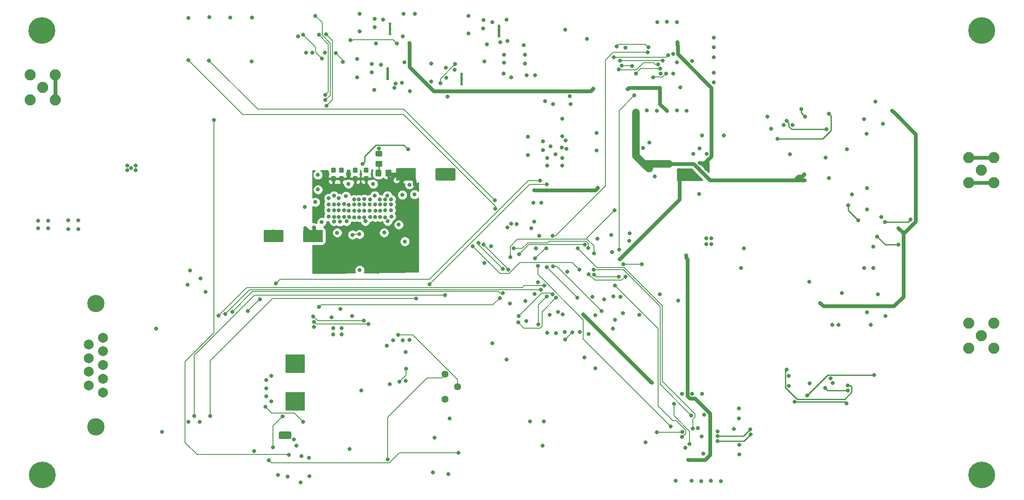
<source format=gbr>
G04 #@! TF.GenerationSoftware,KiCad,Pcbnew,(5.1.2)-1*
G04 #@! TF.CreationDate,2020-05-07T10:56:56-05:00*
G04 #@! TF.ProjectId,EMI_sensor_control_Rev2.0,454d495f-7365-46e7-936f-725f636f6e74,rev?*
G04 #@! TF.SameCoordinates,Original*
G04 #@! TF.FileFunction,Copper,L4,Bot*
G04 #@! TF.FilePolarity,Positive*
%FSLAX46Y46*%
G04 Gerber Fmt 4.6, Leading zero omitted, Abs format (unit mm)*
G04 Created by KiCad (PCBNEW (5.1.2)-1) date 2020-05-07 10:56:56*
%MOMM*%
%LPD*%
G04 APERTURE LIST*
%ADD10C,2.250000*%
%ADD11C,0.100000*%
%ADD12C,2.500000*%
%ADD13C,0.950000*%
%ADD14C,1.150000*%
%ADD15C,0.800000*%
%ADD16C,5.400000*%
%ADD17C,2.000000*%
%ADD18C,3.500000*%
%ADD19R,4.000000X3.850000*%
%ADD20C,1.440000*%
%ADD21C,0.500000*%
%ADD22C,1.500000*%
%ADD23C,0.750000*%
%ADD24C,0.250000*%
%ADD25C,0.200000*%
%ADD26C,1.500000*%
%ADD27C,0.254000*%
G04 APERTURE END LIST*
D10*
X50774600Y-68605400D03*
X53314600Y-66065400D03*
X48234600Y-66065400D03*
X48234600Y-71145400D03*
X53314600Y-71145400D03*
X238125000Y-82829400D03*
X243205000Y-82829400D03*
X243205000Y-87909400D03*
X238125000Y-87909400D03*
X240665000Y-85369400D03*
X240639600Y-118872000D03*
X238099600Y-121412000D03*
X243179600Y-121412000D03*
X243179600Y-116332000D03*
X238099600Y-116332000D03*
D11*
G36*
X99272904Y-97455604D02*
G01*
X99297173Y-97459204D01*
X99320971Y-97465165D01*
X99344071Y-97473430D01*
X99366249Y-97483920D01*
X99387293Y-97496533D01*
X99406998Y-97511147D01*
X99425177Y-97527623D01*
X99441653Y-97545802D01*
X99456267Y-97565507D01*
X99468880Y-97586551D01*
X99479370Y-97608729D01*
X99487635Y-97631829D01*
X99493596Y-97655627D01*
X99497196Y-97679896D01*
X99498400Y-97704400D01*
X99498400Y-99704400D01*
X99497196Y-99728904D01*
X99493596Y-99753173D01*
X99487635Y-99776971D01*
X99479370Y-99800071D01*
X99468880Y-99822249D01*
X99456267Y-99843293D01*
X99441653Y-99862998D01*
X99425177Y-99881177D01*
X99406998Y-99897653D01*
X99387293Y-99912267D01*
X99366249Y-99924880D01*
X99344071Y-99935370D01*
X99320971Y-99943635D01*
X99297173Y-99949596D01*
X99272904Y-99953196D01*
X99248400Y-99954400D01*
X95748400Y-99954400D01*
X95723896Y-99953196D01*
X95699627Y-99949596D01*
X95675829Y-99943635D01*
X95652729Y-99935370D01*
X95630551Y-99924880D01*
X95609507Y-99912267D01*
X95589802Y-99897653D01*
X95571623Y-99881177D01*
X95555147Y-99862998D01*
X95540533Y-99843293D01*
X95527920Y-99822249D01*
X95517430Y-99800071D01*
X95509165Y-99776971D01*
X95503204Y-99753173D01*
X95499604Y-99728904D01*
X95498400Y-99704400D01*
X95498400Y-97704400D01*
X95499604Y-97679896D01*
X95503204Y-97655627D01*
X95509165Y-97631829D01*
X95517430Y-97608729D01*
X95527920Y-97586551D01*
X95540533Y-97565507D01*
X95555147Y-97545802D01*
X95571623Y-97527623D01*
X95589802Y-97511147D01*
X95609507Y-97496533D01*
X95630551Y-97483920D01*
X95652729Y-97473430D01*
X95675829Y-97465165D01*
X95699627Y-97459204D01*
X95723896Y-97455604D01*
X95748400Y-97454400D01*
X99248400Y-97454400D01*
X99272904Y-97455604D01*
X99272904Y-97455604D01*
G37*
D12*
X97498400Y-98704400D03*
D11*
G36*
X107272904Y-97455604D02*
G01*
X107297173Y-97459204D01*
X107320971Y-97465165D01*
X107344071Y-97473430D01*
X107366249Y-97483920D01*
X107387293Y-97496533D01*
X107406998Y-97511147D01*
X107425177Y-97527623D01*
X107441653Y-97545802D01*
X107456267Y-97565507D01*
X107468880Y-97586551D01*
X107479370Y-97608729D01*
X107487635Y-97631829D01*
X107493596Y-97655627D01*
X107497196Y-97679896D01*
X107498400Y-97704400D01*
X107498400Y-99704400D01*
X107497196Y-99728904D01*
X107493596Y-99753173D01*
X107487635Y-99776971D01*
X107479370Y-99800071D01*
X107468880Y-99822249D01*
X107456267Y-99843293D01*
X107441653Y-99862998D01*
X107425177Y-99881177D01*
X107406998Y-99897653D01*
X107387293Y-99912267D01*
X107366249Y-99924880D01*
X107344071Y-99935370D01*
X107320971Y-99943635D01*
X107297173Y-99949596D01*
X107272904Y-99953196D01*
X107248400Y-99954400D01*
X103748400Y-99954400D01*
X103723896Y-99953196D01*
X103699627Y-99949596D01*
X103675829Y-99943635D01*
X103652729Y-99935370D01*
X103630551Y-99924880D01*
X103609507Y-99912267D01*
X103589802Y-99897653D01*
X103571623Y-99881177D01*
X103555147Y-99862998D01*
X103540533Y-99843293D01*
X103527920Y-99822249D01*
X103517430Y-99800071D01*
X103509165Y-99776971D01*
X103503204Y-99753173D01*
X103499604Y-99728904D01*
X103498400Y-99704400D01*
X103498400Y-97704400D01*
X103499604Y-97679896D01*
X103503204Y-97655627D01*
X103509165Y-97631829D01*
X103517430Y-97608729D01*
X103527920Y-97586551D01*
X103540533Y-97565507D01*
X103555147Y-97545802D01*
X103571623Y-97527623D01*
X103589802Y-97511147D01*
X103609507Y-97496533D01*
X103630551Y-97483920D01*
X103652729Y-97473430D01*
X103675829Y-97465165D01*
X103699627Y-97459204D01*
X103723896Y-97455604D01*
X103748400Y-97454400D01*
X107248400Y-97454400D01*
X107272904Y-97455604D01*
X107272904Y-97455604D01*
G37*
D12*
X105498400Y-98704400D03*
D11*
G36*
X134044504Y-84958804D02*
G01*
X134068773Y-84962404D01*
X134092571Y-84968365D01*
X134115671Y-84976630D01*
X134137849Y-84987120D01*
X134158893Y-84999733D01*
X134178598Y-85014347D01*
X134196777Y-85030823D01*
X134213253Y-85049002D01*
X134227867Y-85068707D01*
X134240480Y-85089751D01*
X134250970Y-85111929D01*
X134259235Y-85135029D01*
X134265196Y-85158827D01*
X134268796Y-85183096D01*
X134270000Y-85207600D01*
X134270000Y-87207600D01*
X134268796Y-87232104D01*
X134265196Y-87256373D01*
X134259235Y-87280171D01*
X134250970Y-87303271D01*
X134240480Y-87325449D01*
X134227867Y-87346493D01*
X134213253Y-87366198D01*
X134196777Y-87384377D01*
X134178598Y-87400853D01*
X134158893Y-87415467D01*
X134137849Y-87428080D01*
X134115671Y-87438570D01*
X134092571Y-87446835D01*
X134068773Y-87452796D01*
X134044504Y-87456396D01*
X134020000Y-87457600D01*
X130520000Y-87457600D01*
X130495496Y-87456396D01*
X130471227Y-87452796D01*
X130447429Y-87446835D01*
X130424329Y-87438570D01*
X130402151Y-87428080D01*
X130381107Y-87415467D01*
X130361402Y-87400853D01*
X130343223Y-87384377D01*
X130326747Y-87366198D01*
X130312133Y-87346493D01*
X130299520Y-87325449D01*
X130289030Y-87303271D01*
X130280765Y-87280171D01*
X130274804Y-87256373D01*
X130271204Y-87232104D01*
X130270000Y-87207600D01*
X130270000Y-85207600D01*
X130271204Y-85183096D01*
X130274804Y-85158827D01*
X130280765Y-85135029D01*
X130289030Y-85111929D01*
X130299520Y-85089751D01*
X130312133Y-85068707D01*
X130326747Y-85049002D01*
X130343223Y-85030823D01*
X130361402Y-85014347D01*
X130381107Y-84999733D01*
X130402151Y-84987120D01*
X130424329Y-84976630D01*
X130447429Y-84968365D01*
X130471227Y-84962404D01*
X130495496Y-84958804D01*
X130520000Y-84957600D01*
X134020000Y-84957600D01*
X134044504Y-84958804D01*
X134044504Y-84958804D01*
G37*
D12*
X132270000Y-86207600D03*
D11*
G36*
X126044504Y-84958804D02*
G01*
X126068773Y-84962404D01*
X126092571Y-84968365D01*
X126115671Y-84976630D01*
X126137849Y-84987120D01*
X126158893Y-84999733D01*
X126178598Y-85014347D01*
X126196777Y-85030823D01*
X126213253Y-85049002D01*
X126227867Y-85068707D01*
X126240480Y-85089751D01*
X126250970Y-85111929D01*
X126259235Y-85135029D01*
X126265196Y-85158827D01*
X126268796Y-85183096D01*
X126270000Y-85207600D01*
X126270000Y-87207600D01*
X126268796Y-87232104D01*
X126265196Y-87256373D01*
X126259235Y-87280171D01*
X126250970Y-87303271D01*
X126240480Y-87325449D01*
X126227867Y-87346493D01*
X126213253Y-87366198D01*
X126196777Y-87384377D01*
X126178598Y-87400853D01*
X126158893Y-87415467D01*
X126137849Y-87428080D01*
X126115671Y-87438570D01*
X126092571Y-87446835D01*
X126068773Y-87452796D01*
X126044504Y-87456396D01*
X126020000Y-87457600D01*
X122520000Y-87457600D01*
X122495496Y-87456396D01*
X122471227Y-87452796D01*
X122447429Y-87446835D01*
X122424329Y-87438570D01*
X122402151Y-87428080D01*
X122381107Y-87415467D01*
X122361402Y-87400853D01*
X122343223Y-87384377D01*
X122326747Y-87366198D01*
X122312133Y-87346493D01*
X122299520Y-87325449D01*
X122289030Y-87303271D01*
X122280765Y-87280171D01*
X122274804Y-87256373D01*
X122271204Y-87232104D01*
X122270000Y-87207600D01*
X122270000Y-85207600D01*
X122271204Y-85183096D01*
X122274804Y-85158827D01*
X122280765Y-85135029D01*
X122289030Y-85111929D01*
X122299520Y-85089751D01*
X122312133Y-85068707D01*
X122326747Y-85049002D01*
X122343223Y-85030823D01*
X122361402Y-85014347D01*
X122381107Y-84999733D01*
X122402151Y-84987120D01*
X122424329Y-84976630D01*
X122447429Y-84968365D01*
X122471227Y-84962404D01*
X122495496Y-84958804D01*
X122520000Y-84957600D01*
X126020000Y-84957600D01*
X126044504Y-84958804D01*
X126044504Y-84958804D01*
G37*
D12*
X124270000Y-86207600D03*
D11*
G36*
X109887179Y-84848144D02*
G01*
X109910234Y-84851563D01*
X109932843Y-84857227D01*
X109954787Y-84865079D01*
X109975857Y-84875044D01*
X109995848Y-84887026D01*
X110014568Y-84900910D01*
X110031838Y-84916562D01*
X110047490Y-84933832D01*
X110061374Y-84952552D01*
X110073356Y-84972543D01*
X110083321Y-84993613D01*
X110091173Y-85015557D01*
X110096837Y-85038166D01*
X110100256Y-85061221D01*
X110101400Y-85084500D01*
X110101400Y-85659500D01*
X110100256Y-85682779D01*
X110096837Y-85705834D01*
X110091173Y-85728443D01*
X110083321Y-85750387D01*
X110073356Y-85771457D01*
X110061374Y-85791448D01*
X110047490Y-85810168D01*
X110031838Y-85827438D01*
X110014568Y-85843090D01*
X109995848Y-85856974D01*
X109975857Y-85868956D01*
X109954787Y-85878921D01*
X109932843Y-85886773D01*
X109910234Y-85892437D01*
X109887179Y-85895856D01*
X109863900Y-85897000D01*
X109388900Y-85897000D01*
X109365621Y-85895856D01*
X109342566Y-85892437D01*
X109319957Y-85886773D01*
X109298013Y-85878921D01*
X109276943Y-85868956D01*
X109256952Y-85856974D01*
X109238232Y-85843090D01*
X109220962Y-85827438D01*
X109205310Y-85810168D01*
X109191426Y-85791448D01*
X109179444Y-85771457D01*
X109169479Y-85750387D01*
X109161627Y-85728443D01*
X109155963Y-85705834D01*
X109152544Y-85682779D01*
X109151400Y-85659500D01*
X109151400Y-85084500D01*
X109152544Y-85061221D01*
X109155963Y-85038166D01*
X109161627Y-85015557D01*
X109169479Y-84993613D01*
X109179444Y-84972543D01*
X109191426Y-84952552D01*
X109205310Y-84933832D01*
X109220962Y-84916562D01*
X109238232Y-84900910D01*
X109256952Y-84887026D01*
X109276943Y-84875044D01*
X109298013Y-84865079D01*
X109319957Y-84857227D01*
X109342566Y-84851563D01*
X109365621Y-84848144D01*
X109388900Y-84847000D01*
X109863900Y-84847000D01*
X109887179Y-84848144D01*
X109887179Y-84848144D01*
G37*
D13*
X109626400Y-85372000D03*
D11*
G36*
X109887179Y-86598144D02*
G01*
X109910234Y-86601563D01*
X109932843Y-86607227D01*
X109954787Y-86615079D01*
X109975857Y-86625044D01*
X109995848Y-86637026D01*
X110014568Y-86650910D01*
X110031838Y-86666562D01*
X110047490Y-86683832D01*
X110061374Y-86702552D01*
X110073356Y-86722543D01*
X110083321Y-86743613D01*
X110091173Y-86765557D01*
X110096837Y-86788166D01*
X110100256Y-86811221D01*
X110101400Y-86834500D01*
X110101400Y-87409500D01*
X110100256Y-87432779D01*
X110096837Y-87455834D01*
X110091173Y-87478443D01*
X110083321Y-87500387D01*
X110073356Y-87521457D01*
X110061374Y-87541448D01*
X110047490Y-87560168D01*
X110031838Y-87577438D01*
X110014568Y-87593090D01*
X109995848Y-87606974D01*
X109975857Y-87618956D01*
X109954787Y-87628921D01*
X109932843Y-87636773D01*
X109910234Y-87642437D01*
X109887179Y-87645856D01*
X109863900Y-87647000D01*
X109388900Y-87647000D01*
X109365621Y-87645856D01*
X109342566Y-87642437D01*
X109319957Y-87636773D01*
X109298013Y-87628921D01*
X109276943Y-87618956D01*
X109256952Y-87606974D01*
X109238232Y-87593090D01*
X109220962Y-87577438D01*
X109205310Y-87560168D01*
X109191426Y-87541448D01*
X109179444Y-87521457D01*
X109169479Y-87500387D01*
X109161627Y-87478443D01*
X109155963Y-87455834D01*
X109152544Y-87432779D01*
X109151400Y-87409500D01*
X109151400Y-86834500D01*
X109152544Y-86811221D01*
X109155963Y-86788166D01*
X109161627Y-86765557D01*
X109169479Y-86743613D01*
X109179444Y-86722543D01*
X109191426Y-86702552D01*
X109205310Y-86683832D01*
X109220962Y-86666562D01*
X109238232Y-86650910D01*
X109256952Y-86637026D01*
X109276943Y-86625044D01*
X109298013Y-86615079D01*
X109319957Y-86607227D01*
X109342566Y-86601563D01*
X109365621Y-86598144D01*
X109388900Y-86597000D01*
X109863900Y-86597000D01*
X109887179Y-86598144D01*
X109887179Y-86598144D01*
G37*
D13*
X109626400Y-87122000D03*
D11*
G36*
X114255979Y-84848144D02*
G01*
X114279034Y-84851563D01*
X114301643Y-84857227D01*
X114323587Y-84865079D01*
X114344657Y-84875044D01*
X114364648Y-84887026D01*
X114383368Y-84900910D01*
X114400638Y-84916562D01*
X114416290Y-84933832D01*
X114430174Y-84952552D01*
X114442156Y-84972543D01*
X114452121Y-84993613D01*
X114459973Y-85015557D01*
X114465637Y-85038166D01*
X114469056Y-85061221D01*
X114470200Y-85084500D01*
X114470200Y-85659500D01*
X114469056Y-85682779D01*
X114465637Y-85705834D01*
X114459973Y-85728443D01*
X114452121Y-85750387D01*
X114442156Y-85771457D01*
X114430174Y-85791448D01*
X114416290Y-85810168D01*
X114400638Y-85827438D01*
X114383368Y-85843090D01*
X114364648Y-85856974D01*
X114344657Y-85868956D01*
X114323587Y-85878921D01*
X114301643Y-85886773D01*
X114279034Y-85892437D01*
X114255979Y-85895856D01*
X114232700Y-85897000D01*
X113757700Y-85897000D01*
X113734421Y-85895856D01*
X113711366Y-85892437D01*
X113688757Y-85886773D01*
X113666813Y-85878921D01*
X113645743Y-85868956D01*
X113625752Y-85856974D01*
X113607032Y-85843090D01*
X113589762Y-85827438D01*
X113574110Y-85810168D01*
X113560226Y-85791448D01*
X113548244Y-85771457D01*
X113538279Y-85750387D01*
X113530427Y-85728443D01*
X113524763Y-85705834D01*
X113521344Y-85682779D01*
X113520200Y-85659500D01*
X113520200Y-85084500D01*
X113521344Y-85061221D01*
X113524763Y-85038166D01*
X113530427Y-85015557D01*
X113538279Y-84993613D01*
X113548244Y-84972543D01*
X113560226Y-84952552D01*
X113574110Y-84933832D01*
X113589762Y-84916562D01*
X113607032Y-84900910D01*
X113625752Y-84887026D01*
X113645743Y-84875044D01*
X113666813Y-84865079D01*
X113688757Y-84857227D01*
X113711366Y-84851563D01*
X113734421Y-84848144D01*
X113757700Y-84847000D01*
X114232700Y-84847000D01*
X114255979Y-84848144D01*
X114255979Y-84848144D01*
G37*
D13*
X113995200Y-85372000D03*
D11*
G36*
X114255979Y-86598144D02*
G01*
X114279034Y-86601563D01*
X114301643Y-86607227D01*
X114323587Y-86615079D01*
X114344657Y-86625044D01*
X114364648Y-86637026D01*
X114383368Y-86650910D01*
X114400638Y-86666562D01*
X114416290Y-86683832D01*
X114430174Y-86702552D01*
X114442156Y-86722543D01*
X114452121Y-86743613D01*
X114459973Y-86765557D01*
X114465637Y-86788166D01*
X114469056Y-86811221D01*
X114470200Y-86834500D01*
X114470200Y-87409500D01*
X114469056Y-87432779D01*
X114465637Y-87455834D01*
X114459973Y-87478443D01*
X114452121Y-87500387D01*
X114442156Y-87521457D01*
X114430174Y-87541448D01*
X114416290Y-87560168D01*
X114400638Y-87577438D01*
X114383368Y-87593090D01*
X114364648Y-87606974D01*
X114344657Y-87618956D01*
X114323587Y-87628921D01*
X114301643Y-87636773D01*
X114279034Y-87642437D01*
X114255979Y-87645856D01*
X114232700Y-87647000D01*
X113757700Y-87647000D01*
X113734421Y-87645856D01*
X113711366Y-87642437D01*
X113688757Y-87636773D01*
X113666813Y-87628921D01*
X113645743Y-87618956D01*
X113625752Y-87606974D01*
X113607032Y-87593090D01*
X113589762Y-87577438D01*
X113574110Y-87560168D01*
X113560226Y-87541448D01*
X113548244Y-87521457D01*
X113538279Y-87500387D01*
X113530427Y-87478443D01*
X113524763Y-87455834D01*
X113521344Y-87432779D01*
X113520200Y-87409500D01*
X113520200Y-86834500D01*
X113521344Y-86811221D01*
X113524763Y-86788166D01*
X113530427Y-86765557D01*
X113538279Y-86743613D01*
X113548244Y-86722543D01*
X113560226Y-86702552D01*
X113574110Y-86683832D01*
X113589762Y-86666562D01*
X113607032Y-86650910D01*
X113625752Y-86637026D01*
X113645743Y-86625044D01*
X113666813Y-86615079D01*
X113688757Y-86607227D01*
X113711366Y-86601563D01*
X113734421Y-86598144D01*
X113757700Y-86597000D01*
X114232700Y-86597000D01*
X114255979Y-86598144D01*
X114255979Y-86598144D01*
G37*
D13*
X113995200Y-87122000D03*
D11*
G36*
X111512779Y-86598144D02*
G01*
X111535834Y-86601563D01*
X111558443Y-86607227D01*
X111580387Y-86615079D01*
X111601457Y-86625044D01*
X111621448Y-86637026D01*
X111640168Y-86650910D01*
X111657438Y-86666562D01*
X111673090Y-86683832D01*
X111686974Y-86702552D01*
X111698956Y-86722543D01*
X111708921Y-86743613D01*
X111716773Y-86765557D01*
X111722437Y-86788166D01*
X111725856Y-86811221D01*
X111727000Y-86834500D01*
X111727000Y-87409500D01*
X111725856Y-87432779D01*
X111722437Y-87455834D01*
X111716773Y-87478443D01*
X111708921Y-87500387D01*
X111698956Y-87521457D01*
X111686974Y-87541448D01*
X111673090Y-87560168D01*
X111657438Y-87577438D01*
X111640168Y-87593090D01*
X111621448Y-87606974D01*
X111601457Y-87618956D01*
X111580387Y-87628921D01*
X111558443Y-87636773D01*
X111535834Y-87642437D01*
X111512779Y-87645856D01*
X111489500Y-87647000D01*
X111014500Y-87647000D01*
X110991221Y-87645856D01*
X110968166Y-87642437D01*
X110945557Y-87636773D01*
X110923613Y-87628921D01*
X110902543Y-87618956D01*
X110882552Y-87606974D01*
X110863832Y-87593090D01*
X110846562Y-87577438D01*
X110830910Y-87560168D01*
X110817026Y-87541448D01*
X110805044Y-87521457D01*
X110795079Y-87500387D01*
X110787227Y-87478443D01*
X110781563Y-87455834D01*
X110778144Y-87432779D01*
X110777000Y-87409500D01*
X110777000Y-86834500D01*
X110778144Y-86811221D01*
X110781563Y-86788166D01*
X110787227Y-86765557D01*
X110795079Y-86743613D01*
X110805044Y-86722543D01*
X110817026Y-86702552D01*
X110830910Y-86683832D01*
X110846562Y-86666562D01*
X110863832Y-86650910D01*
X110882552Y-86637026D01*
X110902543Y-86625044D01*
X110923613Y-86615079D01*
X110945557Y-86607227D01*
X110968166Y-86601563D01*
X110991221Y-86598144D01*
X111014500Y-86597000D01*
X111489500Y-86597000D01*
X111512779Y-86598144D01*
X111512779Y-86598144D01*
G37*
D13*
X111252000Y-87122000D03*
D11*
G36*
X111512779Y-84848144D02*
G01*
X111535834Y-84851563D01*
X111558443Y-84857227D01*
X111580387Y-84865079D01*
X111601457Y-84875044D01*
X111621448Y-84887026D01*
X111640168Y-84900910D01*
X111657438Y-84916562D01*
X111673090Y-84933832D01*
X111686974Y-84952552D01*
X111698956Y-84972543D01*
X111708921Y-84993613D01*
X111716773Y-85015557D01*
X111722437Y-85038166D01*
X111725856Y-85061221D01*
X111727000Y-85084500D01*
X111727000Y-85659500D01*
X111725856Y-85682779D01*
X111722437Y-85705834D01*
X111716773Y-85728443D01*
X111708921Y-85750387D01*
X111698956Y-85771457D01*
X111686974Y-85791448D01*
X111673090Y-85810168D01*
X111657438Y-85827438D01*
X111640168Y-85843090D01*
X111621448Y-85856974D01*
X111601457Y-85868956D01*
X111580387Y-85878921D01*
X111558443Y-85886773D01*
X111535834Y-85892437D01*
X111512779Y-85895856D01*
X111489500Y-85897000D01*
X111014500Y-85897000D01*
X110991221Y-85895856D01*
X110968166Y-85892437D01*
X110945557Y-85886773D01*
X110923613Y-85878921D01*
X110902543Y-85868956D01*
X110882552Y-85856974D01*
X110863832Y-85843090D01*
X110846562Y-85827438D01*
X110830910Y-85810168D01*
X110817026Y-85791448D01*
X110805044Y-85771457D01*
X110795079Y-85750387D01*
X110787227Y-85728443D01*
X110781563Y-85705834D01*
X110778144Y-85682779D01*
X110777000Y-85659500D01*
X110777000Y-85084500D01*
X110778144Y-85061221D01*
X110781563Y-85038166D01*
X110787227Y-85015557D01*
X110795079Y-84993613D01*
X110805044Y-84972543D01*
X110817026Y-84952552D01*
X110830910Y-84933832D01*
X110846562Y-84916562D01*
X110863832Y-84900910D01*
X110882552Y-84887026D01*
X110902543Y-84875044D01*
X110923613Y-84865079D01*
X110945557Y-84857227D01*
X110968166Y-84851563D01*
X110991221Y-84848144D01*
X111014500Y-84847000D01*
X111489500Y-84847000D01*
X111512779Y-84848144D01*
X111512779Y-84848144D01*
G37*
D13*
X111252000Y-85372000D03*
D11*
G36*
X116491179Y-84848144D02*
G01*
X116514234Y-84851563D01*
X116536843Y-84857227D01*
X116558787Y-84865079D01*
X116579857Y-84875044D01*
X116599848Y-84887026D01*
X116618568Y-84900910D01*
X116635838Y-84916562D01*
X116651490Y-84933832D01*
X116665374Y-84952552D01*
X116677356Y-84972543D01*
X116687321Y-84993613D01*
X116695173Y-85015557D01*
X116700837Y-85038166D01*
X116704256Y-85061221D01*
X116705400Y-85084500D01*
X116705400Y-85659500D01*
X116704256Y-85682779D01*
X116700837Y-85705834D01*
X116695173Y-85728443D01*
X116687321Y-85750387D01*
X116677356Y-85771457D01*
X116665374Y-85791448D01*
X116651490Y-85810168D01*
X116635838Y-85827438D01*
X116618568Y-85843090D01*
X116599848Y-85856974D01*
X116579857Y-85868956D01*
X116558787Y-85878921D01*
X116536843Y-85886773D01*
X116514234Y-85892437D01*
X116491179Y-85895856D01*
X116467900Y-85897000D01*
X115992900Y-85897000D01*
X115969621Y-85895856D01*
X115946566Y-85892437D01*
X115923957Y-85886773D01*
X115902013Y-85878921D01*
X115880943Y-85868956D01*
X115860952Y-85856974D01*
X115842232Y-85843090D01*
X115824962Y-85827438D01*
X115809310Y-85810168D01*
X115795426Y-85791448D01*
X115783444Y-85771457D01*
X115773479Y-85750387D01*
X115765627Y-85728443D01*
X115759963Y-85705834D01*
X115756544Y-85682779D01*
X115755400Y-85659500D01*
X115755400Y-85084500D01*
X115756544Y-85061221D01*
X115759963Y-85038166D01*
X115765627Y-85015557D01*
X115773479Y-84993613D01*
X115783444Y-84972543D01*
X115795426Y-84952552D01*
X115809310Y-84933832D01*
X115824962Y-84916562D01*
X115842232Y-84900910D01*
X115860952Y-84887026D01*
X115880943Y-84875044D01*
X115902013Y-84865079D01*
X115923957Y-84857227D01*
X115946566Y-84851563D01*
X115969621Y-84848144D01*
X115992900Y-84847000D01*
X116467900Y-84847000D01*
X116491179Y-84848144D01*
X116491179Y-84848144D01*
G37*
D13*
X116230400Y-85372000D03*
D11*
G36*
X116491179Y-86598144D02*
G01*
X116514234Y-86601563D01*
X116536843Y-86607227D01*
X116558787Y-86615079D01*
X116579857Y-86625044D01*
X116599848Y-86637026D01*
X116618568Y-86650910D01*
X116635838Y-86666562D01*
X116651490Y-86683832D01*
X116665374Y-86702552D01*
X116677356Y-86722543D01*
X116687321Y-86743613D01*
X116695173Y-86765557D01*
X116700837Y-86788166D01*
X116704256Y-86811221D01*
X116705400Y-86834500D01*
X116705400Y-87409500D01*
X116704256Y-87432779D01*
X116700837Y-87455834D01*
X116695173Y-87478443D01*
X116687321Y-87500387D01*
X116677356Y-87521457D01*
X116665374Y-87541448D01*
X116651490Y-87560168D01*
X116635838Y-87577438D01*
X116618568Y-87593090D01*
X116599848Y-87606974D01*
X116579857Y-87618956D01*
X116558787Y-87628921D01*
X116536843Y-87636773D01*
X116514234Y-87642437D01*
X116491179Y-87645856D01*
X116467900Y-87647000D01*
X115992900Y-87647000D01*
X115969621Y-87645856D01*
X115946566Y-87642437D01*
X115923957Y-87636773D01*
X115902013Y-87628921D01*
X115880943Y-87618956D01*
X115860952Y-87606974D01*
X115842232Y-87593090D01*
X115824962Y-87577438D01*
X115809310Y-87560168D01*
X115795426Y-87541448D01*
X115783444Y-87521457D01*
X115773479Y-87500387D01*
X115765627Y-87478443D01*
X115759963Y-87455834D01*
X115756544Y-87432779D01*
X115755400Y-87409500D01*
X115755400Y-86834500D01*
X115756544Y-86811221D01*
X115759963Y-86788166D01*
X115765627Y-86765557D01*
X115773479Y-86743613D01*
X115783444Y-86722543D01*
X115795426Y-86702552D01*
X115809310Y-86683832D01*
X115824962Y-86666562D01*
X115842232Y-86650910D01*
X115860952Y-86637026D01*
X115880943Y-86625044D01*
X115902013Y-86615079D01*
X115923957Y-86607227D01*
X115946566Y-86601563D01*
X115969621Y-86598144D01*
X115992900Y-86597000D01*
X116467900Y-86597000D01*
X116491179Y-86598144D01*
X116491179Y-86598144D01*
G37*
D13*
X116230400Y-87122000D03*
D11*
G36*
X119295705Y-81459204D02*
G01*
X119319973Y-81462804D01*
X119343772Y-81468765D01*
X119366871Y-81477030D01*
X119389050Y-81487520D01*
X119410093Y-81500132D01*
X119429799Y-81514747D01*
X119447977Y-81531223D01*
X119464453Y-81549401D01*
X119479068Y-81569107D01*
X119491680Y-81590150D01*
X119502170Y-81612329D01*
X119510435Y-81635428D01*
X119516396Y-81659227D01*
X119519996Y-81683495D01*
X119521200Y-81707999D01*
X119521200Y-82358001D01*
X119519996Y-82382505D01*
X119516396Y-82406773D01*
X119510435Y-82430572D01*
X119502170Y-82453671D01*
X119491680Y-82475850D01*
X119479068Y-82496893D01*
X119464453Y-82516599D01*
X119447977Y-82534777D01*
X119429799Y-82551253D01*
X119410093Y-82565868D01*
X119389050Y-82578480D01*
X119366871Y-82588970D01*
X119343772Y-82597235D01*
X119319973Y-82603196D01*
X119295705Y-82606796D01*
X119271201Y-82608000D01*
X118371199Y-82608000D01*
X118346695Y-82606796D01*
X118322427Y-82603196D01*
X118298628Y-82597235D01*
X118275529Y-82588970D01*
X118253350Y-82578480D01*
X118232307Y-82565868D01*
X118212601Y-82551253D01*
X118194423Y-82534777D01*
X118177947Y-82516599D01*
X118163332Y-82496893D01*
X118150720Y-82475850D01*
X118140230Y-82453671D01*
X118131965Y-82430572D01*
X118126004Y-82406773D01*
X118122404Y-82382505D01*
X118121200Y-82358001D01*
X118121200Y-81707999D01*
X118122404Y-81683495D01*
X118126004Y-81659227D01*
X118131965Y-81635428D01*
X118140230Y-81612329D01*
X118150720Y-81590150D01*
X118163332Y-81569107D01*
X118177947Y-81549401D01*
X118194423Y-81531223D01*
X118212601Y-81514747D01*
X118232307Y-81500132D01*
X118253350Y-81487520D01*
X118275529Y-81477030D01*
X118298628Y-81468765D01*
X118322427Y-81462804D01*
X118346695Y-81459204D01*
X118371199Y-81458000D01*
X119271201Y-81458000D01*
X119295705Y-81459204D01*
X119295705Y-81459204D01*
G37*
D14*
X118821200Y-82033000D03*
D11*
G36*
X119295705Y-83509204D02*
G01*
X119319973Y-83512804D01*
X119343772Y-83518765D01*
X119366871Y-83527030D01*
X119389050Y-83537520D01*
X119410093Y-83550132D01*
X119429799Y-83564747D01*
X119447977Y-83581223D01*
X119464453Y-83599401D01*
X119479068Y-83619107D01*
X119491680Y-83640150D01*
X119502170Y-83662329D01*
X119510435Y-83685428D01*
X119516396Y-83709227D01*
X119519996Y-83733495D01*
X119521200Y-83757999D01*
X119521200Y-84408001D01*
X119519996Y-84432505D01*
X119516396Y-84456773D01*
X119510435Y-84480572D01*
X119502170Y-84503671D01*
X119491680Y-84525850D01*
X119479068Y-84546893D01*
X119464453Y-84566599D01*
X119447977Y-84584777D01*
X119429799Y-84601253D01*
X119410093Y-84615868D01*
X119389050Y-84628480D01*
X119366871Y-84638970D01*
X119343772Y-84647235D01*
X119319973Y-84653196D01*
X119295705Y-84656796D01*
X119271201Y-84658000D01*
X118371199Y-84658000D01*
X118346695Y-84656796D01*
X118322427Y-84653196D01*
X118298628Y-84647235D01*
X118275529Y-84638970D01*
X118253350Y-84628480D01*
X118232307Y-84615868D01*
X118212601Y-84601253D01*
X118194423Y-84584777D01*
X118177947Y-84566599D01*
X118163332Y-84546893D01*
X118150720Y-84525850D01*
X118140230Y-84503671D01*
X118131965Y-84480572D01*
X118126004Y-84456773D01*
X118122404Y-84432505D01*
X118121200Y-84408001D01*
X118121200Y-83757999D01*
X118122404Y-83733495D01*
X118126004Y-83709227D01*
X118131965Y-83685428D01*
X118140230Y-83662329D01*
X118150720Y-83640150D01*
X118163332Y-83619107D01*
X118177947Y-83599401D01*
X118194423Y-83581223D01*
X118212601Y-83564747D01*
X118232307Y-83550132D01*
X118253350Y-83537520D01*
X118275529Y-83527030D01*
X118298628Y-83518765D01*
X118322427Y-83512804D01*
X118346695Y-83509204D01*
X118371199Y-83508000D01*
X119271201Y-83508000D01*
X119295705Y-83509204D01*
X119295705Y-83509204D01*
G37*
D14*
X118821200Y-84083000D03*
D15*
X52168391Y-145634109D03*
X50736500Y-145041000D03*
X49304609Y-145634109D03*
X48711500Y-147066000D03*
X49304609Y-148497891D03*
X50736500Y-149091000D03*
X52168391Y-148497891D03*
X52761500Y-147066000D03*
D16*
X50736500Y-147066000D03*
X240728500Y-147066000D03*
D15*
X242753500Y-147066000D03*
X242160391Y-148497891D03*
X240728500Y-149091000D03*
X239296609Y-148497891D03*
X238703500Y-147066000D03*
X239296609Y-145634109D03*
X240728500Y-145041000D03*
X242160391Y-145634109D03*
X242160391Y-55654609D03*
X240728500Y-55061500D03*
X239296609Y-55654609D03*
X238703500Y-57086500D03*
X239296609Y-58518391D03*
X240728500Y-59111500D03*
X242160391Y-58518391D03*
X242753500Y-57086500D03*
D16*
X240728500Y-57086500D03*
X50673000Y-57086500D03*
D15*
X52698000Y-57086500D03*
X52104891Y-58518391D03*
X50673000Y-59111500D03*
X49241109Y-58518391D03*
X48648000Y-57086500D03*
X49241109Y-55654609D03*
X50673000Y-55061500D03*
X52104891Y-55654609D03*
D17*
X62989600Y-130381000D03*
X60149600Y-128996000D03*
X62989600Y-127611000D03*
X60149600Y-126226000D03*
X62989600Y-124841000D03*
X60149600Y-123456000D03*
X62989600Y-122071000D03*
X60149600Y-120686000D03*
X62989600Y-119301000D03*
D18*
X61569600Y-112346000D03*
X61569600Y-137336000D03*
D19*
X101854000Y-124544300D03*
X101854000Y-132194300D03*
D11*
G36*
X121101105Y-85254804D02*
G01*
X121125373Y-85258404D01*
X121149172Y-85264365D01*
X121172271Y-85272630D01*
X121194450Y-85283120D01*
X121215493Y-85295732D01*
X121235199Y-85310347D01*
X121253377Y-85326823D01*
X121269853Y-85345001D01*
X121284468Y-85364707D01*
X121297080Y-85385750D01*
X121307570Y-85407929D01*
X121315835Y-85431028D01*
X121321796Y-85454827D01*
X121325396Y-85479095D01*
X121326600Y-85503599D01*
X121326600Y-86403601D01*
X121325396Y-86428105D01*
X121321796Y-86452373D01*
X121315835Y-86476172D01*
X121307570Y-86499271D01*
X121297080Y-86521450D01*
X121284468Y-86542493D01*
X121269853Y-86562199D01*
X121253377Y-86580377D01*
X121235199Y-86596853D01*
X121215493Y-86611468D01*
X121194450Y-86624080D01*
X121172271Y-86634570D01*
X121149172Y-86642835D01*
X121125373Y-86648796D01*
X121101105Y-86652396D01*
X121076601Y-86653600D01*
X120426599Y-86653600D01*
X120402095Y-86652396D01*
X120377827Y-86648796D01*
X120354028Y-86642835D01*
X120330929Y-86634570D01*
X120308750Y-86624080D01*
X120287707Y-86611468D01*
X120268001Y-86596853D01*
X120249823Y-86580377D01*
X120233347Y-86562199D01*
X120218732Y-86542493D01*
X120206120Y-86521450D01*
X120195630Y-86499271D01*
X120187365Y-86476172D01*
X120181404Y-86452373D01*
X120177804Y-86428105D01*
X120176600Y-86403601D01*
X120176600Y-85503599D01*
X120177804Y-85479095D01*
X120181404Y-85454827D01*
X120187365Y-85431028D01*
X120195630Y-85407929D01*
X120206120Y-85385750D01*
X120218732Y-85364707D01*
X120233347Y-85345001D01*
X120249823Y-85326823D01*
X120268001Y-85310347D01*
X120287707Y-85295732D01*
X120308750Y-85283120D01*
X120330929Y-85272630D01*
X120354028Y-85264365D01*
X120377827Y-85258404D01*
X120402095Y-85254804D01*
X120426599Y-85253600D01*
X121076601Y-85253600D01*
X121101105Y-85254804D01*
X121101105Y-85254804D01*
G37*
D14*
X120751600Y-85953600D03*
D11*
G36*
X119051105Y-85254804D02*
G01*
X119075373Y-85258404D01*
X119099172Y-85264365D01*
X119122271Y-85272630D01*
X119144450Y-85283120D01*
X119165493Y-85295732D01*
X119185199Y-85310347D01*
X119203377Y-85326823D01*
X119219853Y-85345001D01*
X119234468Y-85364707D01*
X119247080Y-85385750D01*
X119257570Y-85407929D01*
X119265835Y-85431028D01*
X119271796Y-85454827D01*
X119275396Y-85479095D01*
X119276600Y-85503599D01*
X119276600Y-86403601D01*
X119275396Y-86428105D01*
X119271796Y-86452373D01*
X119265835Y-86476172D01*
X119257570Y-86499271D01*
X119247080Y-86521450D01*
X119234468Y-86542493D01*
X119219853Y-86562199D01*
X119203377Y-86580377D01*
X119185199Y-86596853D01*
X119165493Y-86611468D01*
X119144450Y-86624080D01*
X119122271Y-86634570D01*
X119099172Y-86642835D01*
X119075373Y-86648796D01*
X119051105Y-86652396D01*
X119026601Y-86653600D01*
X118376599Y-86653600D01*
X118352095Y-86652396D01*
X118327827Y-86648796D01*
X118304028Y-86642835D01*
X118280929Y-86634570D01*
X118258750Y-86624080D01*
X118237707Y-86611468D01*
X118218001Y-86596853D01*
X118199823Y-86580377D01*
X118183347Y-86562199D01*
X118168732Y-86542493D01*
X118156120Y-86521450D01*
X118145630Y-86499271D01*
X118137365Y-86476172D01*
X118131404Y-86452373D01*
X118127804Y-86428105D01*
X118126600Y-86403601D01*
X118126600Y-85503599D01*
X118127804Y-85479095D01*
X118131404Y-85454827D01*
X118137365Y-85431028D01*
X118145630Y-85407929D01*
X118156120Y-85385750D01*
X118168732Y-85364707D01*
X118183347Y-85345001D01*
X118199823Y-85326823D01*
X118218001Y-85310347D01*
X118237707Y-85295732D01*
X118258750Y-85283120D01*
X118280929Y-85272630D01*
X118304028Y-85264365D01*
X118327827Y-85258404D01*
X118352095Y-85254804D01*
X118376599Y-85253600D01*
X119026601Y-85253600D01*
X119051105Y-85254804D01*
X119051105Y-85254804D01*
G37*
D14*
X118701600Y-85953600D03*
D20*
X132194300Y-126733300D03*
X134734300Y-129273300D03*
X132194300Y-131813300D03*
D11*
G36*
X121183752Y-55489602D02*
G01*
X121195886Y-55491402D01*
X121207786Y-55494382D01*
X121219335Y-55498515D01*
X121230425Y-55503760D01*
X121240946Y-55510066D01*
X121250799Y-55517374D01*
X121259888Y-55525612D01*
X121268126Y-55534701D01*
X121275434Y-55544554D01*
X121281740Y-55555075D01*
X121286985Y-55566165D01*
X121291118Y-55577714D01*
X121294098Y-55589614D01*
X121295898Y-55601748D01*
X121296500Y-55614000D01*
X121296500Y-57924000D01*
X121295898Y-57936252D01*
X121294098Y-57948386D01*
X121291118Y-57960286D01*
X121286985Y-57971835D01*
X121281740Y-57982925D01*
X121275434Y-57993446D01*
X121268126Y-58003299D01*
X121259888Y-58012388D01*
X121250799Y-58020626D01*
X121240946Y-58027934D01*
X121230425Y-58034240D01*
X121219335Y-58039485D01*
X121207786Y-58043618D01*
X121195886Y-58046598D01*
X121183752Y-58048398D01*
X121171500Y-58049000D01*
X120921500Y-58049000D01*
X120909248Y-58048398D01*
X120897114Y-58046598D01*
X120885214Y-58043618D01*
X120873665Y-58039485D01*
X120862575Y-58034240D01*
X120852054Y-58027934D01*
X120842201Y-58020626D01*
X120833112Y-58012388D01*
X120824874Y-58003299D01*
X120817566Y-57993446D01*
X120811260Y-57982925D01*
X120806015Y-57971835D01*
X120801882Y-57960286D01*
X120798902Y-57948386D01*
X120797102Y-57936252D01*
X120796500Y-57924000D01*
X120796500Y-55614000D01*
X120797102Y-55601748D01*
X120798902Y-55589614D01*
X120801882Y-55577714D01*
X120806015Y-55566165D01*
X120811260Y-55555075D01*
X120817566Y-55544554D01*
X120824874Y-55534701D01*
X120833112Y-55525612D01*
X120842201Y-55517374D01*
X120852054Y-55510066D01*
X120862575Y-55503760D01*
X120873665Y-55498515D01*
X120885214Y-55494382D01*
X120897114Y-55491402D01*
X120909248Y-55489602D01*
X120921500Y-55489000D01*
X121171500Y-55489000D01*
X121183752Y-55489602D01*
X121183752Y-55489602D01*
G37*
D21*
X121046500Y-56769000D03*
X121046500Y-57799000D03*
X121046500Y-56769000D03*
X121046500Y-55739000D03*
X135524500Y-65899000D03*
X135524500Y-66929000D03*
X135524500Y-67959000D03*
D11*
G36*
X135661752Y-65649602D02*
G01*
X135673886Y-65651402D01*
X135685786Y-65654382D01*
X135697335Y-65658515D01*
X135708425Y-65663760D01*
X135718946Y-65670066D01*
X135728799Y-65677374D01*
X135737888Y-65685612D01*
X135746126Y-65694701D01*
X135753434Y-65704554D01*
X135759740Y-65715075D01*
X135764985Y-65726165D01*
X135769118Y-65737714D01*
X135772098Y-65749614D01*
X135773898Y-65761748D01*
X135774500Y-65774000D01*
X135774500Y-68084000D01*
X135773898Y-68096252D01*
X135772098Y-68108386D01*
X135769118Y-68120286D01*
X135764985Y-68131835D01*
X135759740Y-68142925D01*
X135753434Y-68153446D01*
X135746126Y-68163299D01*
X135737888Y-68172388D01*
X135728799Y-68180626D01*
X135718946Y-68187934D01*
X135708425Y-68194240D01*
X135697335Y-68199485D01*
X135685786Y-68203618D01*
X135673886Y-68206598D01*
X135661752Y-68208398D01*
X135649500Y-68209000D01*
X135399500Y-68209000D01*
X135387248Y-68208398D01*
X135375114Y-68206598D01*
X135363214Y-68203618D01*
X135351665Y-68199485D01*
X135340575Y-68194240D01*
X135330054Y-68187934D01*
X135320201Y-68180626D01*
X135311112Y-68172388D01*
X135302874Y-68163299D01*
X135295566Y-68153446D01*
X135289260Y-68142925D01*
X135284015Y-68131835D01*
X135279882Y-68120286D01*
X135276902Y-68108386D01*
X135275102Y-68096252D01*
X135274500Y-68084000D01*
X135274500Y-65774000D01*
X135275102Y-65761748D01*
X135276902Y-65749614D01*
X135279882Y-65737714D01*
X135284015Y-65726165D01*
X135289260Y-65715075D01*
X135295566Y-65704554D01*
X135302874Y-65694701D01*
X135311112Y-65685612D01*
X135320201Y-65677374D01*
X135330054Y-65670066D01*
X135340575Y-65663760D01*
X135351665Y-65658515D01*
X135363214Y-65654382D01*
X135375114Y-65651402D01*
X135387248Y-65649602D01*
X135399500Y-65649000D01*
X135649500Y-65649000D01*
X135661752Y-65649602D01*
X135661752Y-65649602D01*
G37*
D21*
X135524500Y-66929000D03*
D11*
G36*
X143218252Y-55934102D02*
G01*
X143230386Y-55935902D01*
X143242286Y-55938882D01*
X143253835Y-55943015D01*
X143264925Y-55948260D01*
X143275446Y-55954566D01*
X143285299Y-55961874D01*
X143294388Y-55970112D01*
X143302626Y-55979201D01*
X143309934Y-55989054D01*
X143316240Y-55999575D01*
X143321485Y-56010665D01*
X143325618Y-56022214D01*
X143328598Y-56034114D01*
X143330398Y-56046248D01*
X143331000Y-56058500D01*
X143331000Y-58368500D01*
X143330398Y-58380752D01*
X143328598Y-58392886D01*
X143325618Y-58404786D01*
X143321485Y-58416335D01*
X143316240Y-58427425D01*
X143309934Y-58437946D01*
X143302626Y-58447799D01*
X143294388Y-58456888D01*
X143285299Y-58465126D01*
X143275446Y-58472434D01*
X143264925Y-58478740D01*
X143253835Y-58483985D01*
X143242286Y-58488118D01*
X143230386Y-58491098D01*
X143218252Y-58492898D01*
X143206000Y-58493500D01*
X142956000Y-58493500D01*
X142943748Y-58492898D01*
X142931614Y-58491098D01*
X142919714Y-58488118D01*
X142908165Y-58483985D01*
X142897075Y-58478740D01*
X142886554Y-58472434D01*
X142876701Y-58465126D01*
X142867612Y-58456888D01*
X142859374Y-58447799D01*
X142852066Y-58437946D01*
X142845760Y-58427425D01*
X142840515Y-58416335D01*
X142836382Y-58404786D01*
X142833402Y-58392886D01*
X142831602Y-58380752D01*
X142831000Y-58368500D01*
X142831000Y-56058500D01*
X142831602Y-56046248D01*
X142833402Y-56034114D01*
X142836382Y-56022214D01*
X142840515Y-56010665D01*
X142845760Y-55999575D01*
X142852066Y-55989054D01*
X142859374Y-55979201D01*
X142867612Y-55970112D01*
X142876701Y-55961874D01*
X142886554Y-55954566D01*
X142897075Y-55948260D01*
X142908165Y-55943015D01*
X142919714Y-55938882D01*
X142931614Y-55935902D01*
X142943748Y-55934102D01*
X142956000Y-55933500D01*
X143206000Y-55933500D01*
X143218252Y-55934102D01*
X143218252Y-55934102D01*
G37*
D21*
X143081000Y-57213500D03*
X143081000Y-58243500D03*
X143081000Y-57213500D03*
X143081000Y-56183500D03*
X120602000Y-64819500D03*
X120602000Y-65849500D03*
X120602000Y-66879500D03*
D11*
G36*
X120739252Y-64570102D02*
G01*
X120751386Y-64571902D01*
X120763286Y-64574882D01*
X120774835Y-64579015D01*
X120785925Y-64584260D01*
X120796446Y-64590566D01*
X120806299Y-64597874D01*
X120815388Y-64606112D01*
X120823626Y-64615201D01*
X120830934Y-64625054D01*
X120837240Y-64635575D01*
X120842485Y-64646665D01*
X120846618Y-64658214D01*
X120849598Y-64670114D01*
X120851398Y-64682248D01*
X120852000Y-64694500D01*
X120852000Y-67004500D01*
X120851398Y-67016752D01*
X120849598Y-67028886D01*
X120846618Y-67040786D01*
X120842485Y-67052335D01*
X120837240Y-67063425D01*
X120830934Y-67073946D01*
X120823626Y-67083799D01*
X120815388Y-67092888D01*
X120806299Y-67101126D01*
X120796446Y-67108434D01*
X120785925Y-67114740D01*
X120774835Y-67119985D01*
X120763286Y-67124118D01*
X120751386Y-67127098D01*
X120739252Y-67128898D01*
X120727000Y-67129500D01*
X120477000Y-67129500D01*
X120464748Y-67128898D01*
X120452614Y-67127098D01*
X120440714Y-67124118D01*
X120429165Y-67119985D01*
X120418075Y-67114740D01*
X120407554Y-67108434D01*
X120397701Y-67101126D01*
X120388612Y-67092888D01*
X120380374Y-67083799D01*
X120373066Y-67073946D01*
X120366760Y-67063425D01*
X120361515Y-67052335D01*
X120357382Y-67040786D01*
X120354402Y-67028886D01*
X120352602Y-67016752D01*
X120352000Y-67004500D01*
X120352000Y-64694500D01*
X120352602Y-64682248D01*
X120354402Y-64670114D01*
X120357382Y-64658214D01*
X120361515Y-64646665D01*
X120366760Y-64635575D01*
X120373066Y-64625054D01*
X120380374Y-64615201D01*
X120388612Y-64606112D01*
X120397701Y-64597874D01*
X120407554Y-64590566D01*
X120418075Y-64584260D01*
X120429165Y-64579015D01*
X120440714Y-64574882D01*
X120452614Y-64571902D01*
X120464748Y-64570102D01*
X120477000Y-64569500D01*
X120727000Y-64569500D01*
X120739252Y-64570102D01*
X120739252Y-64570102D01*
G37*
D21*
X120602000Y-65849500D03*
X98822000Y-139552300D03*
X98822000Y-138552300D03*
X99822000Y-139552300D03*
X99822000Y-138552300D03*
X100822000Y-139552300D03*
X100822000Y-138552300D03*
D11*
G36*
X100846504Y-138303504D02*
G01*
X100870773Y-138307104D01*
X100894571Y-138313065D01*
X100917671Y-138321330D01*
X100939849Y-138331820D01*
X100960893Y-138344433D01*
X100980598Y-138359047D01*
X100998777Y-138375523D01*
X101015253Y-138393702D01*
X101029867Y-138413407D01*
X101042480Y-138434451D01*
X101052970Y-138456629D01*
X101061235Y-138479729D01*
X101067196Y-138503527D01*
X101070796Y-138527796D01*
X101072000Y-138552300D01*
X101072000Y-139552300D01*
X101070796Y-139576804D01*
X101067196Y-139601073D01*
X101061235Y-139624871D01*
X101052970Y-139647971D01*
X101042480Y-139670149D01*
X101029867Y-139691193D01*
X101015253Y-139710898D01*
X100998777Y-139729077D01*
X100980598Y-139745553D01*
X100960893Y-139760167D01*
X100939849Y-139772780D01*
X100917671Y-139783270D01*
X100894571Y-139791535D01*
X100870773Y-139797496D01*
X100846504Y-139801096D01*
X100822000Y-139802300D01*
X98822000Y-139802300D01*
X98797496Y-139801096D01*
X98773227Y-139797496D01*
X98749429Y-139791535D01*
X98726329Y-139783270D01*
X98704151Y-139772780D01*
X98683107Y-139760167D01*
X98663402Y-139745553D01*
X98645223Y-139729077D01*
X98628747Y-139710898D01*
X98614133Y-139691193D01*
X98601520Y-139670149D01*
X98591030Y-139647971D01*
X98582765Y-139624871D01*
X98576804Y-139601073D01*
X98573204Y-139576804D01*
X98572000Y-139552300D01*
X98572000Y-138552300D01*
X98573204Y-138527796D01*
X98576804Y-138503527D01*
X98582765Y-138479729D01*
X98591030Y-138456629D01*
X98601520Y-138434451D01*
X98614133Y-138413407D01*
X98628747Y-138393702D01*
X98645223Y-138375523D01*
X98663402Y-138359047D01*
X98683107Y-138344433D01*
X98704151Y-138331820D01*
X98726329Y-138321330D01*
X98749429Y-138313065D01*
X98773227Y-138307104D01*
X98797496Y-138303504D01*
X98822000Y-138302300D01*
X100822000Y-138302300D01*
X100846504Y-138303504D01*
X100846504Y-138303504D01*
G37*
D22*
X99822000Y-139052300D03*
D15*
X186055000Y-100330000D03*
X185039000Y-100330000D03*
X186055000Y-99187000D03*
X185039000Y-99187000D03*
X58039000Y-97282000D03*
X58039000Y-95504000D03*
X56007000Y-95504000D03*
X56007000Y-97282000D03*
X51943000Y-97155000D03*
X49911000Y-97155000D03*
X49911000Y-95631000D03*
X51943000Y-95631000D03*
X152831800Y-84429600D03*
X152806400Y-82956400D03*
X156591000Y-79400400D03*
X155905200Y-78536800D03*
X133604000Y-86283800D03*
X132283200Y-86283800D03*
X130911600Y-86258400D03*
X98882200Y-98729800D03*
X96164400Y-98653600D03*
X121285000Y-91262200D03*
X120040400Y-91313000D03*
X118973600Y-91287600D03*
X116992400Y-91262200D03*
X115824000Y-91236800D03*
X114757200Y-91287600D03*
X113792000Y-91313000D03*
X121285000Y-93472000D03*
X121285000Y-92278200D03*
X121310400Y-94767400D03*
X118059200Y-94894400D03*
X119024400Y-92329000D03*
X116967000Y-93548200D03*
X119024400Y-94894400D03*
X120065800Y-94919800D03*
X116967000Y-92354400D03*
X118084600Y-93548200D03*
X119024400Y-93548200D03*
X120065800Y-92303600D03*
X116992400Y-94843600D03*
X118059200Y-92329000D03*
X120065800Y-93522800D03*
X113817400Y-94919800D03*
X114782600Y-92354400D03*
X112725200Y-93573600D03*
X114782600Y-94919800D03*
X115824000Y-94945200D03*
X112725200Y-92379800D03*
X113842800Y-93573600D03*
X114782600Y-93573600D03*
X115824000Y-92329000D03*
X112750600Y-94869000D03*
X113817400Y-92354400D03*
X115824000Y-93548200D03*
X111734600Y-92252800D03*
X111734600Y-93472000D03*
X111734600Y-94869000D03*
X110693200Y-94843600D03*
X110693200Y-93497400D03*
X110693200Y-92278200D03*
X110693200Y-91059000D03*
X109728000Y-92278200D03*
X109753400Y-93497400D03*
X109728000Y-94843600D03*
X108661200Y-94792800D03*
X108635800Y-93497400D03*
X108635800Y-92303600D03*
X108635800Y-91059000D03*
X109626400Y-85372000D03*
X111252000Y-85372000D03*
X113995200Y-85372000D03*
X116230400Y-85372000D03*
X219710000Y-110490000D03*
X217551000Y-114173000D03*
X221234000Y-114935000D03*
X205867000Y-107950000D03*
X216916000Y-105156000D03*
X218821000Y-105156000D03*
X218821000Y-100838000D03*
X217551000Y-93345000D03*
X214503000Y-90297000D03*
X217551000Y-89027000D03*
X213487000Y-81153000D03*
X216916000Y-75057000D03*
X219202000Y-71501000D03*
X220726000Y-75946000D03*
X197358000Y-74549000D03*
X200660000Y-76200000D03*
X201930000Y-82194400D03*
X210601471Y-128468000D03*
X201726800Y-129032000D03*
X201726800Y-127050800D03*
X191617600Y-133654800D03*
X191617600Y-135636000D03*
X184049741Y-139348623D03*
X209854800Y-87020400D03*
X179064658Y-63560634D03*
X180781252Y-141569776D03*
X184404000Y-142798800D03*
X172720000Y-140512800D03*
X178816000Y-148285200D03*
X182067200Y-148285200D03*
X185978800Y-148285200D03*
X187960000Y-148336000D03*
X191668400Y-141020800D03*
X191668400Y-142951200D03*
X190601600Y-137820400D03*
X183333232Y-137579744D03*
X180136800Y-130657600D03*
X182168800Y-130657600D03*
X184200800Y-130657600D03*
X183540400Y-90170000D03*
X183692800Y-80975200D03*
X185064400Y-82092800D03*
X182372000Y-82092800D03*
X174599600Y-86664800D03*
X173532800Y-79756000D03*
X172212000Y-80924400D03*
X175818800Y-65836800D03*
X178339080Y-65827884D03*
X181051200Y-73355200D03*
X179070000Y-73304400D03*
X175006000Y-73355200D03*
X172974000Y-73304400D03*
X178281704Y-61841229D03*
X179070000Y-55422800D03*
X177088800Y-55321200D03*
X175107600Y-55372000D03*
X168706800Y-60604400D03*
X161239200Y-118567200D03*
X159461200Y-118160800D03*
X166573200Y-115722400D03*
X166166800Y-117500400D03*
X164388800Y-111556800D03*
X169519600Y-98196400D03*
X169468800Y-99669600D03*
X163002616Y-99292612D03*
X156362400Y-118160800D03*
X154635200Y-118414800D03*
X152857200Y-118313200D03*
X148590000Y-115976400D03*
X150317200Y-110439200D03*
X116065300Y-95746548D03*
X112255301Y-95746548D03*
X120579557Y-95684158D03*
X109710221Y-90521811D03*
X112142390Y-90611513D03*
X117652800Y-88188800D03*
X117975810Y-90532681D03*
X120505220Y-90521811D03*
X124996642Y-88312766D03*
X125984000Y-90297000D03*
X119871400Y-98027119D03*
X106451400Y-86309200D03*
X105943400Y-91846400D03*
X103784400Y-92862400D03*
X97498400Y-98704400D03*
X112650661Y-88165077D03*
X124053600Y-99822000D03*
X114909600Y-105613200D03*
X110931269Y-95812163D03*
X110363000Y-98044000D03*
X109718335Y-95749766D03*
X124236800Y-128082676D03*
X151215099Y-98682389D03*
X151663400Y-91973400D03*
X150063200Y-91973400D03*
X104089200Y-61569600D03*
X105333800Y-61595000D03*
X107899200Y-61569600D03*
X146634200Y-96266000D03*
X93548200Y-142290800D03*
X102108000Y-141173200D03*
X101600000Y-139903200D03*
X112903000Y-141859000D03*
X115265200Y-129971800D03*
X130073400Y-139573000D03*
X133121400Y-135686800D03*
X110972600Y-113461800D03*
X123647200Y-119837200D03*
X124256800Y-122174000D03*
X124942600Y-119786400D03*
X121686800Y-119840770D03*
X93141800Y-54457600D03*
X88747600Y-54483000D03*
X84531200Y-54406800D03*
X80289400Y-54533800D03*
X118795800Y-81000600D03*
X83743800Y-110007400D03*
X80111600Y-108559600D03*
X80619600Y-105664000D03*
X73761600Y-117424200D03*
X74904600Y-138353800D03*
X82524600Y-136372600D03*
X141780200Y-120421400D03*
X144627600Y-123723400D03*
X152120600Y-136220200D03*
X151942800Y-141135100D03*
X134162800Y-65024000D03*
X140131800Y-63398400D03*
X129349500Y-63804800D03*
X129362200Y-67386200D03*
X119253000Y-64008000D03*
X118237000Y-59690000D03*
X114427000Y-62865000D03*
X114427000Y-66548000D03*
X114935000Y-53721000D03*
X114935000Y-57277000D03*
X119634000Y-54864000D03*
X123825000Y-53721000D03*
X126111000Y-53721000D03*
X136906000Y-57658000D03*
X136906000Y-54102000D03*
X148082000Y-60071000D03*
X148336000Y-61976000D03*
X148336000Y-63754000D03*
X148716500Y-66167000D03*
X150368000Y-66167000D03*
X144780000Y-59182000D03*
X98425000Y-147066000D03*
X100330000Y-147447000D03*
X102997000Y-148590000D03*
X104775000Y-147320000D03*
X145288000Y-112395000D03*
X96012000Y-131191000D03*
X97028000Y-132207000D03*
X96012000Y-129540000D03*
X96012000Y-127889000D03*
X97028000Y-127000000D03*
X192659000Y-101219000D03*
X212471000Y-110236000D03*
X148971000Y-78613000D03*
X148971000Y-82296000D03*
X154559000Y-82169000D03*
X157607000Y-72009000D03*
X154051000Y-72009000D03*
X162814000Y-77851000D03*
X162814000Y-81407000D03*
X186563000Y-58547000D03*
X186563000Y-60452000D03*
X186563000Y-62484000D03*
X186563000Y-65659000D03*
X186563000Y-67564000D03*
X123993000Y-63500000D03*
X117856000Y-69088000D03*
X132715000Y-70485000D03*
X155062821Y-114047572D03*
X156464000Y-56896000D03*
X168148000Y-114300000D03*
X167640000Y-110998000D03*
X97409000Y-141478000D03*
X99314000Y-135255000D03*
X134899400Y-142646400D03*
X96494600Y-144170400D03*
X139954000Y-54991000D03*
X132461000Y-66675000D03*
X132334000Y-64643000D03*
X117983000Y-56388000D03*
X117983000Y-54737000D03*
X117348000Y-63881000D03*
X68707000Y-84963000D03*
X69596000Y-85344000D03*
X67945000Y-85344000D03*
X69596000Y-84455000D03*
X67945000Y-84455000D03*
X106934000Y-98679000D03*
X104140000Y-98679000D03*
X105664000Y-97002600D03*
X103911400Y-97155000D03*
X105606600Y-98596200D03*
X106476800Y-89306400D03*
X122809000Y-96418400D03*
X123545600Y-90373200D03*
X107238800Y-95910400D03*
X132816600Y-146888200D03*
X129717800Y-146583400D03*
X120396000Y-120954800D03*
X93091000Y-63373000D03*
X117348000Y-65532000D03*
X139890500Y-56705500D03*
X140666500Y-59880500D03*
X160909000Y-58801000D03*
X104648000Y-143637000D03*
X103124000Y-143256000D03*
X102082600Y-133705600D03*
X102666800Y-132842000D03*
X101371400Y-132842000D03*
X100634800Y-125628400D03*
X103022400Y-125628400D03*
X103022400Y-123469400D03*
X100634800Y-123469400D03*
X95885000Y-133324600D03*
X103454200Y-136347200D03*
X114860300Y-98354846D03*
X113460300Y-98463100D03*
X115490220Y-84074000D03*
X124714000Y-81153000D03*
X111252000Y-118618000D03*
X111252000Y-117348000D03*
X109601000Y-117348000D03*
X125603000Y-86995000D03*
X123571000Y-85344000D03*
X125857000Y-85598000D03*
X109474000Y-103378000D03*
X109474000Y-105029000D03*
X109626400Y-87122000D03*
X111252000Y-87122000D03*
X113995200Y-87122000D03*
X116230400Y-87122000D03*
X120751600Y-85953600D03*
X106553000Y-105791000D03*
X109215800Y-115163600D03*
X105664000Y-117094000D03*
X107823000Y-105791000D03*
X109093000Y-105791000D03*
X110490000Y-105791000D03*
X111506000Y-105791000D03*
X112522000Y-105791000D03*
X116586000Y-105410000D03*
X118618000Y-105918000D03*
X113411000Y-114935000D03*
X109601000Y-118618000D03*
X187299600Y-138258794D03*
X183997600Y-148336000D03*
X175640900Y-68656100D03*
X177038000Y-73355200D03*
X162549156Y-114768529D03*
X166176841Y-110952576D03*
X165760400Y-98501200D03*
X153365200Y-114655600D03*
X155956000Y-114604800D03*
X148437600Y-111912400D03*
X149656800Y-97129600D03*
X150215600Y-95808800D03*
X121036800Y-128696000D03*
X82753200Y-107315000D03*
X80289400Y-136372600D03*
X122428000Y-59753500D03*
X124968000Y-59626500D03*
X123602750Y-58261250D03*
X169081000Y-68961000D03*
X162179000Y-68834000D03*
X102489000Y-58293000D03*
X113030000Y-59055000D03*
X160401000Y-123317000D03*
X162560000Y-125476000D03*
X204825600Y-86258400D03*
X204876400Y-87426800D03*
X172262800Y-83921600D03*
X173532800Y-85039200D03*
X177495200Y-84124800D03*
X170815000Y-73660000D03*
X157399002Y-70358000D03*
X184607200Y-134924800D03*
X185013600Y-85090000D03*
X183692800Y-83921600D03*
X179578000Y-85344000D03*
X179171600Y-59486800D03*
X160121600Y-114604800D03*
X167513000Y-103378000D03*
X173990000Y-128397000D03*
X217424000Y-77978000D03*
X198120000Y-76962000D03*
X202438000Y-76200000D03*
X210464400Y-116738400D03*
X211734400Y-116738400D03*
X218316000Y-116716000D03*
X210154930Y-127573236D03*
X205892400Y-128543000D03*
X155892500Y-74993500D03*
X220415230Y-94882460D03*
X192024000Y-105156000D03*
X149402800Y-136232900D03*
X152019000Y-81280000D03*
X152019000Y-79502000D03*
X222587141Y-73322859D03*
X222961200Y-112928400D03*
X179324000Y-111760000D03*
X208026000Y-112268000D03*
X223901000Y-97155000D03*
X145542000Y-66548000D03*
X144018000Y-65786000D03*
X144145000Y-63627000D03*
X144145000Y-61976000D03*
X155879800Y-84404200D03*
X155854400Y-82956400D03*
X156692600Y-81076800D03*
X155829000Y-80772000D03*
X144653000Y-54864000D03*
X141732000Y-55372000D03*
X143383000Y-59436000D03*
X153543000Y-80518000D03*
X184150000Y-78312000D03*
X188595000Y-78312000D03*
X209169000Y-82804000D03*
X182118000Y-63296800D03*
X181362283Y-144047033D03*
X185754700Y-143022900D03*
X179730400Y-68580000D03*
X125095000Y-69360000D03*
X121947000Y-68680000D03*
X122176250Y-67820250D03*
X123435000Y-67700000D03*
X152400000Y-71374000D03*
X150241000Y-89408000D03*
X163068000Y-88900000D03*
X180975000Y-102616000D03*
X209804000Y-73964800D03*
X199390000Y-79008000D03*
X209346800Y-77114400D03*
X201284696Y-75419130D03*
X213664800Y-129997200D03*
X209042000Y-129489200D03*
X213606078Y-128998923D03*
X201269600Y-125730000D03*
X156475510Y-119634000D03*
X157875510Y-118237000D03*
X122656600Y-118719600D03*
X103454200Y-57912000D03*
X107316500Y-62763400D03*
X105968800Y-54102000D03*
X108004732Y-71173432D03*
X139928600Y-100431600D03*
X144932400Y-105486200D03*
X107963025Y-70141775D03*
X106654600Y-57912000D03*
X143864973Y-105357923D03*
X138940130Y-100116678D03*
X108189118Y-72347768D03*
X108169025Y-57870776D03*
X110099221Y-61696600D03*
X111499222Y-63474600D03*
X86360000Y-114858800D03*
X152276024Y-108785176D03*
X87705875Y-114502875D03*
X151587982Y-109555974D03*
X89127950Y-114070750D03*
X150977600Y-108051600D03*
X143840200Y-110255974D03*
X141452600Y-100798400D03*
X140124830Y-104143580D03*
X132181600Y-110655984D03*
X81432400Y-135178800D03*
X92303600Y-113919000D03*
X94742000Y-111531400D03*
X97993200Y-108280200D03*
X151434800Y-87514200D03*
X152755600Y-88214200D03*
X129082800Y-108455964D03*
X126365000Y-111355984D03*
X84683600Y-135178800D03*
X106705400Y-113055400D03*
X143256000Y-111252000D03*
X156889875Y-105938125D03*
X120573800Y-143967200D03*
X134239000Y-63881000D03*
X131239708Y-67743357D03*
X85471000Y-75184000D03*
X100584000Y-143002000D03*
X175641000Y-110490000D03*
X171450000Y-114681000D03*
X213741000Y-92456000D03*
X215773000Y-95504000D03*
X221132400Y-95859600D03*
X226364800Y-95351600D03*
X204266800Y-72999600D03*
X205033453Y-74579053D03*
X223875600Y-100482400D03*
X219557600Y-98806000D03*
X193903600Y-137871200D03*
X187299600Y-139258797D03*
X194005200Y-138887200D03*
X187299600Y-140258800D03*
X175056800Y-138480800D03*
X180187600Y-138379200D03*
X205435200Y-131013200D03*
X218998800Y-126847600D03*
X202900585Y-132299061D03*
X213410800Y-132638800D03*
X158917392Y-111169649D03*
X152781000Y-105029000D03*
X144809492Y-96947708D03*
X142245510Y-91505000D03*
X84467700Y-63157100D03*
X163855400Y-113893600D03*
X154051000Y-104825800D03*
X150520400Y-101182400D03*
X145516600Y-96240600D03*
X142316200Y-93192600D03*
X80314800Y-63144400D03*
X162279225Y-102261775D03*
X145375270Y-103011200D03*
X166497000Y-93484700D03*
X160418000Y-100482400D03*
X147146052Y-102408948D03*
X168258446Y-104391200D03*
X172008800Y-104444800D03*
X146070125Y-101211190D03*
X161165982Y-101148531D03*
X165938200Y-101955600D03*
X159360250Y-105561750D03*
X137769600Y-100798400D03*
X124336800Y-125564298D03*
X151083074Y-116640675D03*
X152739850Y-110946313D03*
X122961400Y-128219200D03*
X166268400Y-62534800D03*
X177311961Y-62085363D03*
X176225200Y-63234800D03*
X167538400Y-63234800D03*
X173287631Y-60524915D03*
X166871093Y-60280999D03*
X173177200Y-61518800D03*
X150418800Y-103265500D03*
X152628600Y-101182400D03*
X153924000Y-98682389D03*
X175260000Y-63934800D03*
X167298440Y-64986827D03*
X167881227Y-64174201D03*
X169987610Y-64323610D03*
X175694399Y-64835522D03*
X170789600Y-65781000D03*
X181660800Y-140817600D03*
X178456851Y-132740400D03*
X176853526Y-65818787D03*
X174244000Y-66548000D03*
X170481000Y-70231000D03*
X167386000Y-101473000D03*
X166573200Y-108765500D03*
X180073956Y-139372723D03*
X177846631Y-137261600D03*
X150977600Y-104800400D03*
X167286150Y-106965489D03*
X162356800Y-106578400D03*
X161215662Y-106427212D03*
X168656700Y-106933299D03*
X182004500Y-135042052D03*
X162263425Y-105495075D03*
X159018000Y-101193600D03*
X182339130Y-137688215D03*
X154649303Y-111203833D03*
X146989800Y-116205000D03*
X116668348Y-116574800D03*
X105654821Y-116093571D03*
X162018000Y-111063000D03*
X105537000Y-114985800D03*
X115722400Y-115874800D03*
X147066000Y-114884200D03*
X153924000Y-110515400D03*
D23*
X53314600Y-66065400D02*
X53314600Y-71145400D01*
X243205000Y-82829400D02*
X238125000Y-82829400D01*
X243205000Y-87909400D02*
X238125000Y-87909400D01*
D24*
X118821200Y-82033000D02*
X118821200Y-81026000D01*
X118821200Y-81026000D02*
X118795800Y-81000600D01*
D25*
X97409000Y-137160000D02*
X97409000Y-138023600D01*
X99314000Y-135255000D02*
X97409000Y-137160000D01*
X97409000Y-137551622D02*
X97409000Y-138023600D01*
X97409000Y-138023600D02*
X97409000Y-141478000D01*
X120909801Y-144667201D02*
X97118401Y-144667201D01*
X134899400Y-142646400D02*
X122930602Y-142646400D01*
X122930602Y-142646400D02*
X120909801Y-144667201D01*
X97118401Y-144667201D02*
X96621600Y-144170400D01*
X96621600Y-144170400D02*
X96494600Y-144170400D01*
D23*
X105664000Y-98538800D02*
X105606600Y-98596200D01*
X105664000Y-97002600D02*
X105664000Y-98538800D01*
X105498400Y-98704400D02*
X105460800Y-98704400D01*
X105460800Y-98704400D02*
X103911400Y-97155000D01*
X105606600Y-98596200D02*
X105498400Y-98704400D01*
D25*
X101661999Y-134554999D02*
X103454200Y-136347200D01*
X95885000Y-133324600D02*
X97115399Y-134554999D01*
X97115399Y-134554999D02*
X101661999Y-134554999D01*
X114860300Y-98354846D02*
X113568554Y-98354846D01*
X113568554Y-98354846D02*
X113460300Y-98463100D01*
D24*
X115890219Y-83674001D02*
X115890219Y-82610781D01*
X115490220Y-84074000D02*
X115890219Y-83674001D01*
X115890219Y-82610781D02*
X118237000Y-80264000D01*
X118237000Y-80264000D02*
X123825000Y-80264000D01*
X123825000Y-80264000D02*
X124714000Y-81153000D01*
D23*
X121005600Y-86207600D02*
X120751600Y-85953600D01*
X124270000Y-86207600D02*
X121005600Y-86207600D01*
X123571000Y-85344000D02*
X123571000Y-87503000D01*
X123571000Y-87503000D02*
X122682000Y-88392000D01*
X126002999Y-87394999D02*
X126002999Y-88283999D01*
X125603000Y-86995000D02*
X126002999Y-87394999D01*
X122170000Y-86207600D02*
X121539000Y-86838600D01*
X124270000Y-86207600D02*
X122170000Y-86207600D01*
X122170000Y-86207600D02*
X120904000Y-87473600D01*
D24*
X118821200Y-85834000D02*
X118701600Y-85953600D01*
X118821200Y-84083000D02*
X118821200Y-85834000D01*
D23*
X175640900Y-68656100D02*
X169385900Y-68656100D01*
X169385900Y-68656100D02*
X169081000Y-68961000D01*
X124968000Y-60301500D02*
X124968000Y-59626500D01*
X124968000Y-64435002D02*
X124968000Y-60301500D01*
X129915997Y-69382999D02*
X124968000Y-64435002D01*
X161630001Y-69382999D02*
X129915997Y-69382999D01*
X162179000Y-68834000D02*
X161630001Y-69382999D01*
D25*
X113519306Y-59055000D02*
X113030000Y-59055000D01*
X113592153Y-58982153D02*
X113519306Y-59055000D01*
X122428000Y-59753500D02*
X121656653Y-58982153D01*
X121656653Y-58982153D02*
X113592153Y-58982153D01*
D23*
X175640900Y-71958100D02*
X177038000Y-73355200D01*
X175640900Y-68656100D02*
X175640900Y-71958100D01*
D26*
X173380400Y-85039200D02*
X172262800Y-83921600D01*
X173532800Y-85039200D02*
X173380400Y-85039200D01*
X172466000Y-84124800D02*
X172262800Y-83921600D01*
X177495200Y-84124800D02*
X172466000Y-84124800D01*
X172262800Y-83921600D02*
X170815000Y-82473800D01*
X170815000Y-82473800D02*
X170815000Y-73660000D01*
D23*
X204310715Y-87426800D02*
X204876400Y-87426800D01*
X182452998Y-84124800D02*
X185754998Y-87426800D01*
X177495200Y-84124800D02*
X182452998Y-84124800D01*
X203638201Y-86658399D02*
X202869800Y-87426800D01*
X204425601Y-86658399D02*
X203638201Y-86658399D01*
X204825600Y-86258400D02*
X204425601Y-86658399D01*
X185754998Y-87426800D02*
X202869800Y-87426800D01*
X202869800Y-87426800D02*
X204310715Y-87426800D01*
X179578000Y-85344000D02*
X179578000Y-91313000D01*
X179578000Y-91313000D02*
X167513000Y-103378000D01*
X160121600Y-114604800D02*
X173913800Y-128397000D01*
X173913800Y-128397000D02*
X173990000Y-128397000D01*
X179171600Y-60052485D02*
X179171600Y-59486800D01*
X179256705Y-60137590D02*
X179171600Y-60052485D01*
X179256705Y-61878507D02*
X179256705Y-60137590D01*
X186039401Y-68661203D02*
X179256705Y-61878507D01*
X186039401Y-82560801D02*
X186039401Y-68661203D01*
X184678602Y-83921600D02*
X186039401Y-82560801D01*
X183692800Y-83921600D02*
X184678602Y-83921600D01*
X208686400Y-112928400D02*
X222961200Y-112928400D01*
X208026000Y-112268000D02*
X208686400Y-112928400D01*
X224850601Y-98104601D02*
X223901000Y-97155000D01*
X222961200Y-112928400D02*
X224850601Y-111038999D01*
X224850601Y-111038999D02*
X224850601Y-98104601D01*
X222987140Y-73722858D02*
X222587141Y-73322859D01*
X227339801Y-78075519D02*
X222987140Y-73722858D01*
X227339801Y-95819601D02*
X227339801Y-78075519D01*
X225054801Y-98104601D02*
X227339801Y-95819601D01*
X224850601Y-98104601D02*
X225054801Y-98104601D01*
X150241000Y-89408000D02*
X162560000Y-89408000D01*
X162560000Y-89408000D02*
X163068000Y-88900000D01*
X185754700Y-142457215D02*
X185754700Y-143022900D01*
X185754700Y-134629298D02*
X185754700Y-142457215D01*
X181700799Y-131632601D02*
X182758003Y-131632601D01*
X181193799Y-131125601D02*
X181700799Y-131632601D01*
X182758003Y-131632601D02*
X185754700Y-134629298D01*
X181193799Y-103400484D02*
X181193799Y-131125601D01*
X180975000Y-103181685D02*
X181193799Y-103400484D01*
X180975000Y-102616000D02*
X180975000Y-103181685D01*
X184730567Y-144047033D02*
X181362283Y-144047033D01*
X185754700Y-143022900D02*
X184730567Y-144047033D01*
D24*
X208526202Y-79008000D02*
X199390000Y-79008000D01*
X210203999Y-77330203D02*
X208526202Y-79008000D01*
X210203999Y-74364799D02*
X210203999Y-77330203D01*
X209804000Y-73964800D02*
X210203999Y-74364799D01*
X201712999Y-75847433D02*
X201284696Y-75419130D01*
X201712999Y-76548001D02*
X201712999Y-75847433D01*
X209346800Y-77114400D02*
X202279398Y-77114400D01*
X202279398Y-77114400D02*
X201712999Y-76548001D01*
X213664800Y-129997200D02*
X209550000Y-129997200D01*
X209550000Y-129997200D02*
X209042000Y-129489200D01*
X201001799Y-125997801D02*
X201269600Y-125730000D01*
X201001799Y-129380001D02*
X201001799Y-125997801D01*
X213606078Y-128998923D02*
X214171763Y-128998923D01*
X214171763Y-128998923D02*
X214389801Y-129216961D01*
X214389801Y-129216961D02*
X214389801Y-130345201D01*
X214389801Y-130345201D02*
X212996801Y-131738201D01*
X212996801Y-131738201D02*
X203359999Y-131738201D01*
X203359999Y-131738201D02*
X201001799Y-129380001D01*
D25*
X156475510Y-119634000D02*
X156478510Y-119634000D01*
X156478510Y-119634000D02*
X157875510Y-118237000D01*
X134734300Y-127763698D02*
X125690202Y-118719600D01*
X134734300Y-129273300D02*
X134734300Y-127763698D01*
X125690202Y-118719600D02*
X122656600Y-118719600D01*
X106033801Y-61480701D02*
X107316500Y-62763400D01*
X103454200Y-57912000D02*
X106033801Y-60491601D01*
X106033801Y-60491601D02*
X106033801Y-61480701D01*
X107354601Y-58046303D02*
X108999211Y-59690912D01*
X105968800Y-54102000D02*
X107354601Y-55487801D01*
X107354601Y-55487801D02*
X107354601Y-58046303D01*
X108999211Y-59690912D02*
X108999211Y-70178953D01*
X108999211Y-70178953D02*
X108004732Y-71173432D01*
X139928600Y-100431600D02*
X144932400Y-105435400D01*
X144932400Y-105435400D02*
X144932400Y-105486200D01*
X108599201Y-59856601D02*
X106654600Y-57912000D01*
X107963025Y-70141775D02*
X108599201Y-69505599D01*
X108599201Y-69505599D02*
X108599201Y-59856601D01*
X143864973Y-105357923D02*
X138940130Y-100433080D01*
X138940130Y-100433080D02*
X138940130Y-100116678D01*
X109399221Y-59100972D02*
X108169025Y-57870776D01*
X108189118Y-72347768D02*
X109399221Y-71137665D01*
X109399221Y-71137665D02*
X109399221Y-59100972D01*
X110099221Y-61696600D02*
X111499222Y-63096601D01*
X111499222Y-63096601D02*
X111499222Y-63474600D01*
X91672488Y-109546312D02*
X86360000Y-114858800D01*
X152276024Y-108785176D02*
X148173388Y-108785176D01*
X148173388Y-108785176D02*
X147802600Y-109155964D01*
X92062836Y-109155964D02*
X86360000Y-114858800D01*
X147802600Y-109155964D02*
X92062836Y-109155964D01*
X92652776Y-109555974D02*
X87705875Y-114502875D01*
X151587982Y-109555974D02*
X92652776Y-109555974D01*
X93242716Y-109955984D02*
X89127950Y-114070750D01*
X142974525Y-109955984D02*
X142672416Y-109955984D01*
X143274515Y-110255974D02*
X142974525Y-109955984D01*
X143840200Y-110255974D02*
X143274515Y-110255974D01*
X142860184Y-109955984D02*
X142672416Y-109955984D01*
X142672416Y-109955984D02*
X93242716Y-109955984D01*
X132181600Y-110655984D02*
X93661616Y-110655984D01*
X93661616Y-110655984D02*
X81432400Y-122885200D01*
X81432400Y-122885200D02*
X81432400Y-135178800D01*
X92303600Y-113919000D02*
X94691200Y-111531400D01*
X94691200Y-111531400D02*
X94742000Y-111531400D01*
X97993200Y-108280200D02*
X98806000Y-107467400D01*
X98806000Y-107467400D02*
X129057400Y-107467400D01*
X129057400Y-107467400D02*
X149010600Y-87514200D01*
X149010600Y-87514200D02*
X151434800Y-87514200D01*
X129082800Y-108449198D02*
X129082800Y-108455964D01*
X152755600Y-88214200D02*
X149317798Y-88214200D01*
X149317798Y-88214200D02*
X129082800Y-108449198D01*
X126365000Y-111355984D02*
X97305016Y-111355984D01*
X97305016Y-111355984D02*
X84683600Y-123977400D01*
X84683600Y-123977400D02*
X84683600Y-135178800D01*
X141852599Y-112655401D02*
X143256000Y-111252000D01*
X106705400Y-113055400D02*
X107105399Y-112655401D01*
X107105399Y-112655401D02*
X141852599Y-112655401D01*
X131474301Y-127453299D02*
X128527901Y-127453299D01*
X132194300Y-126733300D02*
X131474301Y-127453299D01*
X128527901Y-127453299D02*
X120573800Y-135407400D01*
X120573800Y-135407400D02*
X120573800Y-143967200D01*
X134239000Y-63881000D02*
X131239708Y-66880292D01*
X131239708Y-66880292D02*
X131239708Y-67743357D01*
X79589399Y-124162503D02*
X79589399Y-140549399D01*
X85471000Y-75184000D02*
X85471000Y-118280902D01*
X85471000Y-118280902D02*
X79589399Y-124162503D01*
X100572801Y-142990801D02*
X100584000Y-143002000D01*
X79589399Y-140549399D02*
X82030801Y-142990801D01*
X82030801Y-142990801D02*
X100572801Y-142990801D01*
D24*
X213741000Y-92456000D02*
X213741000Y-93472000D01*
X213741000Y-93472000D02*
X215773000Y-95504000D01*
X221132400Y-95859600D02*
X225856800Y-95859600D01*
X225856800Y-95859600D02*
X226364800Y-95351600D01*
X204266800Y-72999600D02*
X204266800Y-73812400D01*
X204266800Y-73812400D02*
X205033453Y-74579053D01*
X221234000Y-100482400D02*
X219557600Y-98806000D01*
X223875600Y-100482400D02*
X221234000Y-100482400D01*
X187865285Y-139258797D02*
X187881282Y-139242800D01*
X187299600Y-139258797D02*
X187865285Y-139258797D01*
X192532000Y-139242800D02*
X193903600Y-137871200D01*
X187881282Y-139242800D02*
X192532000Y-139242800D01*
X192633600Y-140258800D02*
X194005200Y-138887200D01*
X187299600Y-140258800D02*
X192633600Y-140258800D01*
D25*
X175056800Y-138480800D02*
X180086000Y-138480800D01*
X180086000Y-138480800D02*
X180187600Y-138379200D01*
D24*
X205435200Y-131013200D02*
X209600800Y-126847600D01*
X209600800Y-126847600D02*
X218998800Y-126847600D01*
X202900585Y-132299061D02*
X213071061Y-132299061D01*
X213071061Y-132299061D02*
X213410800Y-132638800D01*
D25*
X158917392Y-111169649D02*
X152781000Y-105033257D01*
X152781000Y-105033257D02*
X152781000Y-105029000D01*
X94358369Y-73047769D02*
X84467700Y-63157100D01*
X142245510Y-91505000D02*
X123788279Y-73047769D01*
X123788279Y-73047769D02*
X94358369Y-73047769D01*
X163855400Y-113893600D02*
X154787600Y-104825800D01*
X154787600Y-104825800D02*
X154051000Y-104825800D01*
X142316200Y-92626915D02*
X123781085Y-74091800D01*
X142316200Y-93192600D02*
X142316200Y-92626915D01*
X123781085Y-74091800D02*
X91262200Y-74091800D01*
X91262200Y-74091800D02*
X80314800Y-63144400D01*
X162279225Y-100741924D02*
X160919690Y-99382389D01*
X162279225Y-102261775D02*
X162279225Y-100741924D01*
X145370124Y-103006054D02*
X145375270Y-103011200D01*
X145370124Y-100875189D02*
X145370124Y-103006054D01*
X160919690Y-99382389D02*
X146862924Y-99382389D01*
X146862924Y-99382389D02*
X145370124Y-100875189D01*
X160919690Y-99382389D02*
X160919690Y-99062010D01*
X160919690Y-99062010D02*
X166497000Y-93484700D01*
X160418000Y-100482400D02*
X149072600Y-100482400D01*
X149072600Y-100482400D02*
X147146052Y-102408948D01*
X168258446Y-104391200D02*
X171955200Y-104391200D01*
X171955200Y-104391200D02*
X172008800Y-104444800D01*
X147778112Y-101211190D02*
X148906911Y-100082390D01*
X146070125Y-101211190D02*
X147778112Y-101211190D01*
X148906911Y-100082390D02*
X152882600Y-100082390D01*
X161165982Y-100194380D02*
X161165982Y-101148531D01*
X160754001Y-99782399D02*
X161165982Y-100194380D01*
X152882600Y-100082390D02*
X153182591Y-99782399D01*
X153182591Y-99782399D02*
X160754001Y-99782399D01*
X147354203Y-104100399D02*
X145130202Y-106324400D01*
X159360250Y-105561750D02*
X157898899Y-104100399D01*
X157898899Y-104100399D02*
X147354203Y-104100399D01*
X145130202Y-106324400D02*
X143295600Y-106324400D01*
X143295600Y-106324400D02*
X137769600Y-100798400D01*
X151083074Y-116640675D02*
X151083074Y-112603089D01*
X151083074Y-112603089D02*
X152739850Y-110946313D01*
X124336800Y-126843800D02*
X124336800Y-125564298D01*
X122961400Y-128219200D02*
X124336800Y-126843800D01*
X166268400Y-62534800D02*
X176862524Y-62534800D01*
X176862524Y-62534800D02*
X177311961Y-62085363D01*
X176225200Y-63234800D02*
X167538400Y-63234800D01*
X167247693Y-59904399D02*
X166871093Y-60280999D01*
X173287631Y-60524915D02*
X172667115Y-59904399D01*
X172667115Y-59904399D02*
X167247693Y-59904399D01*
X173177200Y-61518800D02*
X168503600Y-61518800D01*
X150418800Y-103265500D02*
X152501900Y-101182400D01*
X152501900Y-101182400D02*
X152628600Y-101182400D01*
X154489685Y-98682389D02*
X164617400Y-88554674D01*
X153924000Y-98682389D02*
X154489685Y-98682389D01*
X166248398Y-61518800D02*
X168503600Y-61518800D01*
X164617400Y-63149798D02*
X166248398Y-61518800D01*
X164617400Y-88554674D02*
X164617400Y-63149798D01*
X167335613Y-65024000D02*
X167298440Y-64986827D01*
X168097200Y-65024000D02*
X167335613Y-65024000D01*
X174694315Y-63934800D02*
X174394325Y-63634810D01*
X175260000Y-63934800D02*
X174694315Y-63934800D01*
X174394325Y-63634810D02*
X172280390Y-63634810D01*
X172280390Y-63634810D02*
X170891589Y-65023611D01*
X170891589Y-65023611D02*
X168097589Y-65023611D01*
X168097589Y-65023611D02*
X168097200Y-65024000D01*
X167881227Y-64174201D02*
X169838201Y-64174201D01*
X169838201Y-64174201D02*
X169987610Y-64323610D01*
X175694399Y-64835522D02*
X171735078Y-64835522D01*
X171735078Y-64835522D02*
X170789600Y-65781000D01*
X178456851Y-135046750D02*
X178456851Y-132740400D01*
X181660800Y-140817600D02*
X181660800Y-138250699D01*
X181660800Y-138250699D02*
X178456851Y-135046750D01*
X174255199Y-66536801D02*
X174244000Y-66548000D01*
X176853526Y-65818787D02*
X176135512Y-66536801D01*
X176135512Y-66536801D02*
X174255199Y-66536801D01*
X170481000Y-70231000D02*
X167386000Y-73326000D01*
X167386000Y-73326000D02*
X167386000Y-101473000D01*
X180887601Y-138043199D02*
X178937602Y-136093200D01*
X180887601Y-138715201D02*
X180887601Y-138043199D01*
X180523601Y-139079201D02*
X180887601Y-138715201D01*
X180073956Y-139372723D02*
X180367478Y-139079201D01*
X180367478Y-139079201D02*
X180523601Y-139079201D01*
X178937602Y-136093200D02*
X178257200Y-136093200D01*
X178257200Y-136093200D02*
X175310800Y-133146800D01*
X175310800Y-117503100D02*
X166573200Y-108765500D01*
X175310800Y-133146800D02*
X175310800Y-117503100D01*
X160161201Y-115680403D02*
X150977600Y-106496802D01*
X177846631Y-137261600D02*
X160161201Y-119576170D01*
X160161201Y-119576170D02*
X160161201Y-115680403D01*
X150977600Y-106496802D02*
X150977600Y-104800400D01*
X166720465Y-106965489D02*
X166701154Y-106984800D01*
X167286150Y-106965489D02*
X166720465Y-106965489D01*
X166701154Y-106984800D02*
X162763200Y-106984800D01*
X162763200Y-106984800D02*
X162356800Y-106578400D01*
X167924509Y-107665490D02*
X168656700Y-106933299D01*
X161215662Y-106427212D02*
X162453940Y-107665490D01*
X162453940Y-107665490D02*
X167924509Y-107665490D01*
X168254478Y-105495075D02*
X162263425Y-105495075D01*
X175710810Y-112951407D02*
X168254478Y-105495075D01*
X182004500Y-135042052D02*
X175710810Y-128748362D01*
X175710810Y-128748362D02*
X175710810Y-112951407D01*
X159018000Y-101193600D02*
X162915600Y-105091200D01*
X168416302Y-105091200D02*
X176110820Y-112785718D01*
X162915600Y-105091200D02*
X168416302Y-105091200D01*
X182339130Y-135743424D02*
X182339130Y-137688215D01*
X182704501Y-135378053D02*
X182339130Y-135743424D01*
X182704501Y-134706051D02*
X182704501Y-135378053D01*
X176110820Y-112785718D02*
X176110820Y-128112370D01*
X176110820Y-128112370D02*
X182704501Y-134706051D01*
X148125476Y-117340676D02*
X146989800Y-116205000D01*
X151419075Y-117340676D02*
X148125476Y-117340676D01*
X151783075Y-116976676D02*
X151419075Y-117340676D01*
X154649303Y-111203833D02*
X151783075Y-114070061D01*
X151783075Y-114070061D02*
X151783075Y-116976676D01*
X116102663Y-116574800D02*
X116668348Y-116574800D01*
X105654821Y-116093571D02*
X106136051Y-116574801D01*
X106136051Y-116574801D02*
X116102663Y-116574800D01*
X105537000Y-114985800D02*
X106426000Y-115874800D01*
X106426000Y-115874800D02*
X115722400Y-115874800D01*
X153654912Y-110246312D02*
X153924000Y-110515400D01*
X147066000Y-114884200D02*
X151703888Y-110246312D01*
X151703888Y-110246312D02*
X153654912Y-110246312D01*
D27*
G36*
X184275843Y-87376000D02*
G01*
X179197000Y-87376000D01*
X179197000Y-85134800D01*
X182034643Y-85134800D01*
X184275843Y-87376000D01*
X184275843Y-87376000D01*
G37*
X184275843Y-87376000D02*
X179197000Y-87376000D01*
X179197000Y-85134800D01*
X182034643Y-85134800D01*
X184275843Y-87376000D01*
G36*
X185547000Y-85790447D02*
G01*
X183449553Y-83693000D01*
X185547000Y-83693000D01*
X185547000Y-85790447D01*
X185547000Y-85790447D01*
G37*
X185547000Y-85790447D02*
X183449553Y-83693000D01*
X185547000Y-83693000D01*
X185547000Y-85790447D01*
G36*
X117505592Y-85330345D02*
G01*
X117488528Y-85503599D01*
X117488528Y-86403601D01*
X117505592Y-86576855D01*
X117556128Y-86743451D01*
X117638195Y-86896987D01*
X117748638Y-87031562D01*
X117883213Y-87142005D01*
X118036749Y-87224072D01*
X118203345Y-87274608D01*
X118376599Y-87291672D01*
X119026601Y-87291672D01*
X119199855Y-87274608D01*
X119366451Y-87224072D01*
X119519987Y-87142005D01*
X119654562Y-87031562D01*
X119659942Y-87025006D01*
X119725415Y-87104785D01*
X119822106Y-87184137D01*
X119932420Y-87243102D01*
X120052118Y-87279412D01*
X120176600Y-87291672D01*
X120465850Y-87288600D01*
X120624600Y-87129850D01*
X120624600Y-86080600D01*
X120604600Y-86080600D01*
X120604600Y-85826600D01*
X120624600Y-85826600D01*
X120624600Y-85806600D01*
X120878600Y-85806600D01*
X120878600Y-85826600D01*
X120898600Y-85826600D01*
X120898600Y-86080600D01*
X120878600Y-86080600D01*
X120878600Y-87129850D01*
X121037350Y-87288600D01*
X121326600Y-87291672D01*
X121451082Y-87279412D01*
X121570780Y-87243102D01*
X121632717Y-87209996D01*
X121631928Y-87457600D01*
X121644188Y-87582082D01*
X121680498Y-87701780D01*
X121739463Y-87812094D01*
X121818815Y-87908785D01*
X121915506Y-87988137D01*
X122025820Y-88047102D01*
X122145518Y-88083412D01*
X122270000Y-88095672D01*
X123984250Y-88092600D01*
X123985384Y-88091466D01*
X123961642Y-88210827D01*
X123961642Y-88414705D01*
X124001416Y-88614664D01*
X124079437Y-88803022D01*
X124192705Y-88972540D01*
X124336868Y-89116703D01*
X124506386Y-89229971D01*
X124694744Y-89307992D01*
X124894703Y-89347766D01*
X125098581Y-89347766D01*
X125298540Y-89307992D01*
X125486898Y-89229971D01*
X125656416Y-89116703D01*
X125800579Y-88972540D01*
X125913847Y-88803022D01*
X125991868Y-88614664D01*
X126031642Y-88414705D01*
X126031642Y-88210827D01*
X126008643Y-88095204D01*
X126270000Y-88095672D01*
X126394482Y-88083412D01*
X126514180Y-88047102D01*
X126624494Y-87988137D01*
X126721185Y-87908785D01*
X126746000Y-87878548D01*
X126746000Y-89595289D01*
X126643774Y-89493063D01*
X126474256Y-89379795D01*
X126285898Y-89301774D01*
X126085939Y-89262000D01*
X125882061Y-89262000D01*
X125682102Y-89301774D01*
X125493744Y-89379795D01*
X125324226Y-89493063D01*
X125180063Y-89637226D01*
X125066795Y-89806744D01*
X124988774Y-89995102D01*
X124949000Y-90195061D01*
X124949000Y-90398939D01*
X124988774Y-90598898D01*
X125066795Y-90787256D01*
X125180063Y-90956774D01*
X125324226Y-91100937D01*
X125493744Y-91214205D01*
X125682102Y-91292226D01*
X125882061Y-91332000D01*
X126085939Y-91332000D01*
X126285898Y-91292226D01*
X126474256Y-91214205D01*
X126643774Y-91100937D01*
X126746000Y-90998711D01*
X126746000Y-105919924D01*
X115833819Y-106086522D01*
X115904826Y-105915098D01*
X115944600Y-105715139D01*
X115944600Y-105511261D01*
X115904826Y-105311302D01*
X115826805Y-105122944D01*
X115713537Y-104953426D01*
X115569374Y-104809263D01*
X115399856Y-104695995D01*
X115211498Y-104617974D01*
X115011539Y-104578200D01*
X114807661Y-104578200D01*
X114607702Y-104617974D01*
X114419344Y-104695995D01*
X114249826Y-104809263D01*
X114105663Y-104953426D01*
X113992395Y-105122944D01*
X113914374Y-105311302D01*
X113874600Y-105511261D01*
X113874600Y-105715139D01*
X113914374Y-105915098D01*
X113992395Y-106103456D01*
X113999790Y-106114523D01*
X110235044Y-106172000D01*
X105410000Y-106172000D01*
X105410000Y-100592472D01*
X107248400Y-100592472D01*
X107421654Y-100575408D01*
X107588250Y-100524872D01*
X107741786Y-100442805D01*
X107876362Y-100332362D01*
X107986805Y-100197786D01*
X108068872Y-100044250D01*
X108119408Y-99877654D01*
X108134929Y-99720061D01*
X123018600Y-99720061D01*
X123018600Y-99923939D01*
X123058374Y-100123898D01*
X123136395Y-100312256D01*
X123249663Y-100481774D01*
X123393826Y-100625937D01*
X123563344Y-100739205D01*
X123751702Y-100817226D01*
X123951661Y-100857000D01*
X124155539Y-100857000D01*
X124355498Y-100817226D01*
X124543856Y-100739205D01*
X124713374Y-100625937D01*
X124857537Y-100481774D01*
X124970805Y-100312256D01*
X125048826Y-100123898D01*
X125088600Y-99923939D01*
X125088600Y-99720061D01*
X125048826Y-99520102D01*
X124970805Y-99331744D01*
X124857537Y-99162226D01*
X124713374Y-99018063D01*
X124543856Y-98904795D01*
X124355498Y-98826774D01*
X124155539Y-98787000D01*
X123951661Y-98787000D01*
X123751702Y-98826774D01*
X123563344Y-98904795D01*
X123393826Y-99018063D01*
X123249663Y-99162226D01*
X123136395Y-99331744D01*
X123058374Y-99520102D01*
X123018600Y-99720061D01*
X108134929Y-99720061D01*
X108136472Y-99704400D01*
X108136472Y-97942061D01*
X109328000Y-97942061D01*
X109328000Y-98145939D01*
X109367774Y-98345898D01*
X109445795Y-98534256D01*
X109559063Y-98703774D01*
X109703226Y-98847937D01*
X109872744Y-98961205D01*
X110061102Y-99039226D01*
X110261061Y-99079000D01*
X110464939Y-99079000D01*
X110664898Y-99039226D01*
X110853256Y-98961205D01*
X111022774Y-98847937D01*
X111166937Y-98703774D01*
X111280205Y-98534256D01*
X111351903Y-98361161D01*
X112425300Y-98361161D01*
X112425300Y-98565039D01*
X112465074Y-98764998D01*
X112543095Y-98953356D01*
X112656363Y-99122874D01*
X112800526Y-99267037D01*
X112970044Y-99380305D01*
X113158402Y-99458326D01*
X113358361Y-99498100D01*
X113562239Y-99498100D01*
X113762198Y-99458326D01*
X113950556Y-99380305D01*
X114120074Y-99267037D01*
X114217192Y-99169919D01*
X114370044Y-99272051D01*
X114558402Y-99350072D01*
X114758361Y-99389846D01*
X114962239Y-99389846D01*
X115162198Y-99350072D01*
X115350556Y-99272051D01*
X115520074Y-99158783D01*
X115664237Y-99014620D01*
X115777505Y-98845102D01*
X115855526Y-98656744D01*
X115895300Y-98456785D01*
X115895300Y-98252907D01*
X115855526Y-98052948D01*
X115802603Y-97925180D01*
X118836400Y-97925180D01*
X118836400Y-98129058D01*
X118876174Y-98329017D01*
X118954195Y-98517375D01*
X119067463Y-98686893D01*
X119211626Y-98831056D01*
X119381144Y-98944324D01*
X119569502Y-99022345D01*
X119769461Y-99062119D01*
X119973339Y-99062119D01*
X120173298Y-99022345D01*
X120361656Y-98944324D01*
X120531174Y-98831056D01*
X120675337Y-98686893D01*
X120788605Y-98517375D01*
X120866626Y-98329017D01*
X120906400Y-98129058D01*
X120906400Y-97925180D01*
X120866626Y-97725221D01*
X120788605Y-97536863D01*
X120675337Y-97367345D01*
X120531174Y-97223182D01*
X120361656Y-97109914D01*
X120173298Y-97031893D01*
X119973339Y-96992119D01*
X119769461Y-96992119D01*
X119569502Y-97031893D01*
X119381144Y-97109914D01*
X119211626Y-97223182D01*
X119067463Y-97367345D01*
X118954195Y-97536863D01*
X118876174Y-97725221D01*
X118836400Y-97925180D01*
X115802603Y-97925180D01*
X115777505Y-97864590D01*
X115664237Y-97695072D01*
X115520074Y-97550909D01*
X115350556Y-97437641D01*
X115162198Y-97359620D01*
X114962239Y-97319846D01*
X114758361Y-97319846D01*
X114558402Y-97359620D01*
X114370044Y-97437641D01*
X114200526Y-97550909D01*
X114131589Y-97619846D01*
X114061232Y-97619846D01*
X113950556Y-97545895D01*
X113762198Y-97467874D01*
X113562239Y-97428100D01*
X113358361Y-97428100D01*
X113158402Y-97467874D01*
X112970044Y-97545895D01*
X112800526Y-97659163D01*
X112656363Y-97803326D01*
X112543095Y-97972844D01*
X112465074Y-98161202D01*
X112425300Y-98361161D01*
X111351903Y-98361161D01*
X111358226Y-98345898D01*
X111398000Y-98145939D01*
X111398000Y-97942061D01*
X111358226Y-97742102D01*
X111280205Y-97553744D01*
X111166937Y-97384226D01*
X111022774Y-97240063D01*
X110853256Y-97126795D01*
X110664898Y-97048774D01*
X110464939Y-97009000D01*
X110261061Y-97009000D01*
X110061102Y-97048774D01*
X109872744Y-97126795D01*
X109703226Y-97240063D01*
X109559063Y-97384226D01*
X109445795Y-97553744D01*
X109367774Y-97742102D01*
X109328000Y-97942061D01*
X108136472Y-97942061D01*
X108136472Y-97704400D01*
X108119408Y-97531146D01*
X108068872Y-97364550D01*
X107986805Y-97211014D01*
X107876362Y-97076438D01*
X107741786Y-96965995D01*
X107590359Y-96885055D01*
X107729056Y-96827605D01*
X107898574Y-96714337D01*
X108042737Y-96570174D01*
X108156005Y-96400656D01*
X108234026Y-96212298D01*
X108273800Y-96012339D01*
X108273800Y-95808461D01*
X108261693Y-95747595D01*
X108359302Y-95788026D01*
X108559261Y-95827800D01*
X108683335Y-95827800D01*
X108683335Y-95851705D01*
X108723109Y-96051664D01*
X108801130Y-96240022D01*
X108914398Y-96409540D01*
X109058561Y-96553703D01*
X109228079Y-96666971D01*
X109416437Y-96744992D01*
X109616396Y-96784766D01*
X109820274Y-96784766D01*
X110020233Y-96744992D01*
X110208591Y-96666971D01*
X110278110Y-96620520D01*
X110441013Y-96729368D01*
X110629371Y-96807389D01*
X110829330Y-96847163D01*
X111033208Y-96847163D01*
X111233167Y-96807389D01*
X111421525Y-96729368D01*
X111591043Y-96616100D01*
X111632172Y-96574971D01*
X111765045Y-96663753D01*
X111953403Y-96741774D01*
X112153362Y-96781548D01*
X112357240Y-96781548D01*
X112557199Y-96741774D01*
X112745557Y-96663753D01*
X112915075Y-96550485D01*
X113059238Y-96406322D01*
X113172506Y-96236804D01*
X113250527Y-96048446D01*
X113290301Y-95848487D01*
X113290301Y-95812387D01*
X113327144Y-95837005D01*
X113515502Y-95915026D01*
X113715461Y-95954800D01*
X113919339Y-95954800D01*
X114119298Y-95915026D01*
X114300000Y-95840176D01*
X114480702Y-95915026D01*
X114680661Y-95954800D01*
X114884539Y-95954800D01*
X115045094Y-95922864D01*
X115070074Y-96048446D01*
X115148095Y-96236804D01*
X115261363Y-96406322D01*
X115405526Y-96550485D01*
X115575044Y-96663753D01*
X115763402Y-96741774D01*
X115963361Y-96781548D01*
X116167239Y-96781548D01*
X116367198Y-96741774D01*
X116555556Y-96663753D01*
X116725074Y-96550485D01*
X116869237Y-96406322D01*
X116982505Y-96236804D01*
X117060526Y-96048446D01*
X117094310Y-95878600D01*
X117094339Y-95878600D01*
X117294298Y-95838826D01*
X117482656Y-95760805D01*
X117487786Y-95757377D01*
X117568944Y-95811605D01*
X117757302Y-95889626D01*
X117957261Y-95929400D01*
X118161139Y-95929400D01*
X118361098Y-95889626D01*
X118541800Y-95814776D01*
X118722502Y-95889626D01*
X118922461Y-95929400D01*
X119126339Y-95929400D01*
X119326298Y-95889626D01*
X119514656Y-95811605D01*
X119526093Y-95803963D01*
X119551486Y-95820930D01*
X119584331Y-95986056D01*
X119662352Y-96174414D01*
X119775620Y-96343932D01*
X119919783Y-96488095D01*
X120089301Y-96601363D01*
X120277659Y-96679384D01*
X120477618Y-96719158D01*
X120681496Y-96719158D01*
X120881455Y-96679384D01*
X121069813Y-96601363D01*
X121239331Y-96488095D01*
X121383494Y-96343932D01*
X121401849Y-96316461D01*
X121774000Y-96316461D01*
X121774000Y-96520339D01*
X121813774Y-96720298D01*
X121891795Y-96908656D01*
X122005063Y-97078174D01*
X122149226Y-97222337D01*
X122318744Y-97335605D01*
X122507102Y-97413626D01*
X122707061Y-97453400D01*
X122910939Y-97453400D01*
X123110898Y-97413626D01*
X123299256Y-97335605D01*
X123468774Y-97222337D01*
X123612937Y-97078174D01*
X123726205Y-96908656D01*
X123804226Y-96720298D01*
X123844000Y-96520339D01*
X123844000Y-96316461D01*
X123804226Y-96116502D01*
X123726205Y-95928144D01*
X123612937Y-95758626D01*
X123468774Y-95614463D01*
X123299256Y-95501195D01*
X123110898Y-95423174D01*
X122910939Y-95383400D01*
X122707061Y-95383400D01*
X122507102Y-95423174D01*
X122318744Y-95501195D01*
X122149226Y-95614463D01*
X122005063Y-95758626D01*
X121891795Y-95928144D01*
X121813774Y-96116502D01*
X121774000Y-96316461D01*
X121401849Y-96316461D01*
X121496762Y-96174414D01*
X121574783Y-95986056D01*
X121614557Y-95786097D01*
X121614557Y-95761690D01*
X121800656Y-95684605D01*
X121970174Y-95571337D01*
X122114337Y-95427174D01*
X122227605Y-95257656D01*
X122305626Y-95069298D01*
X122345400Y-94869339D01*
X122345400Y-94665461D01*
X122305626Y-94465502D01*
X122227605Y-94277144D01*
X122114337Y-94107626D01*
X122108783Y-94102072D01*
X122202205Y-93962256D01*
X122280226Y-93773898D01*
X122320000Y-93573939D01*
X122320000Y-93370061D01*
X122280226Y-93170102D01*
X122202205Y-92981744D01*
X122130948Y-92875100D01*
X122202205Y-92768456D01*
X122280226Y-92580098D01*
X122320000Y-92380139D01*
X122320000Y-92176261D01*
X122280226Y-91976302D01*
X122202205Y-91787944D01*
X122190349Y-91770200D01*
X122202205Y-91752456D01*
X122280226Y-91564098D01*
X122320000Y-91364139D01*
X122320000Y-91160261D01*
X122280226Y-90960302D01*
X122202205Y-90771944D01*
X122088937Y-90602426D01*
X121944774Y-90458263D01*
X121775256Y-90344995D01*
X121597248Y-90271261D01*
X122510600Y-90271261D01*
X122510600Y-90475139D01*
X122550374Y-90675098D01*
X122628395Y-90863456D01*
X122741663Y-91032974D01*
X122885826Y-91177137D01*
X123055344Y-91290405D01*
X123243702Y-91368426D01*
X123443661Y-91408200D01*
X123647539Y-91408200D01*
X123847498Y-91368426D01*
X124035856Y-91290405D01*
X124205374Y-91177137D01*
X124349537Y-91032974D01*
X124462805Y-90863456D01*
X124540826Y-90675098D01*
X124580600Y-90475139D01*
X124580600Y-90271261D01*
X124540826Y-90071302D01*
X124462805Y-89882944D01*
X124349537Y-89713426D01*
X124205374Y-89569263D01*
X124035856Y-89455995D01*
X123847498Y-89377974D01*
X123647539Y-89338200D01*
X123443661Y-89338200D01*
X123243702Y-89377974D01*
X123055344Y-89455995D01*
X122885826Y-89569263D01*
X122741663Y-89713426D01*
X122628395Y-89882944D01*
X122550374Y-90071302D01*
X122510600Y-90271261D01*
X121597248Y-90271261D01*
X121586898Y-90266974D01*
X121506631Y-90251008D01*
X121500446Y-90219913D01*
X121422425Y-90031555D01*
X121309157Y-89862037D01*
X121164994Y-89717874D01*
X120995476Y-89604606D01*
X120807118Y-89526585D01*
X120607159Y-89486811D01*
X120403281Y-89486811D01*
X120203322Y-89526585D01*
X120014964Y-89604606D01*
X119845446Y-89717874D01*
X119701283Y-89862037D01*
X119588015Y-90031555D01*
X119509994Y-90219913D01*
X119478160Y-90379953D01*
X119463856Y-90370395D01*
X119275498Y-90292374D01*
X119075539Y-90252600D01*
X118975376Y-90252600D01*
X118971036Y-90230783D01*
X118893015Y-90042425D01*
X118779747Y-89872907D01*
X118635584Y-89728744D01*
X118466066Y-89615476D01*
X118277708Y-89537455D01*
X118077749Y-89497681D01*
X117873871Y-89497681D01*
X117673912Y-89537455D01*
X117485554Y-89615476D01*
X117316036Y-89728744D01*
X117171873Y-89872907D01*
X117058605Y-90042425D01*
X116982068Y-90227200D01*
X116890461Y-90227200D01*
X116690502Y-90266974D01*
X116502144Y-90344995D01*
X116427207Y-90395066D01*
X116314256Y-90319595D01*
X116125898Y-90241574D01*
X115925939Y-90201800D01*
X115722061Y-90201800D01*
X115522102Y-90241574D01*
X115333744Y-90319595D01*
X115252586Y-90373823D01*
X115247456Y-90370395D01*
X115059098Y-90292374D01*
X114859139Y-90252600D01*
X114655261Y-90252600D01*
X114455302Y-90292374D01*
X114266944Y-90370395D01*
X114249337Y-90382159D01*
X114093898Y-90317774D01*
X113893939Y-90278000D01*
X113690061Y-90278000D01*
X113490102Y-90317774D01*
X113301744Y-90395795D01*
X113172002Y-90482486D01*
X113137616Y-90309615D01*
X113059595Y-90121257D01*
X112946327Y-89951739D01*
X112802164Y-89807576D01*
X112632646Y-89694308D01*
X112444288Y-89616287D01*
X112244329Y-89576513D01*
X112040451Y-89576513D01*
X111840492Y-89616287D01*
X111652134Y-89694308D01*
X111482616Y-89807576D01*
X111338453Y-89951739D01*
X111225185Y-90121257D01*
X111209476Y-90159181D01*
X111183456Y-90141795D01*
X110995098Y-90063774D01*
X110795139Y-90024000D01*
X110622378Y-90024000D01*
X110514158Y-89862037D01*
X110369995Y-89717874D01*
X110200477Y-89604606D01*
X110012119Y-89526585D01*
X109812160Y-89486811D01*
X109608282Y-89486811D01*
X109408323Y-89526585D01*
X109219965Y-89604606D01*
X109050447Y-89717874D01*
X108906284Y-89862037D01*
X108793016Y-90031555D01*
X108791699Y-90034733D01*
X108737739Y-90024000D01*
X108533861Y-90024000D01*
X108333902Y-90063774D01*
X108145544Y-90141795D01*
X107976026Y-90255063D01*
X107831863Y-90399226D01*
X107718595Y-90568744D01*
X107640574Y-90757102D01*
X107600800Y-90957061D01*
X107600800Y-91160939D01*
X107640574Y-91360898D01*
X107718595Y-91549256D01*
X107806824Y-91681300D01*
X107718595Y-91813344D01*
X107640574Y-92001702D01*
X107600800Y-92201661D01*
X107600800Y-92405539D01*
X107640574Y-92605498D01*
X107718595Y-92793856D01*
X107789852Y-92900500D01*
X107718595Y-93007144D01*
X107640574Y-93195502D01*
X107600800Y-93395461D01*
X107600800Y-93599339D01*
X107640574Y-93799298D01*
X107718595Y-93987656D01*
X107831863Y-94157174D01*
X107837417Y-94162728D01*
X107743995Y-94302544D01*
X107665974Y-94490902D01*
X107626200Y-94690861D01*
X107626200Y-94894739D01*
X107638307Y-94955605D01*
X107540698Y-94915174D01*
X107340739Y-94875400D01*
X107136861Y-94875400D01*
X106936902Y-94915174D01*
X106748544Y-94993195D01*
X106579026Y-95106463D01*
X106434863Y-95250626D01*
X106321595Y-95420144D01*
X106243574Y-95608502D01*
X106203800Y-95808461D01*
X106203800Y-96012339D01*
X106228153Y-96134771D01*
X106154256Y-96085395D01*
X105965898Y-96007374D01*
X105765939Y-95967600D01*
X105562061Y-95967600D01*
X105410000Y-95997847D01*
X105410000Y-92734777D01*
X105453144Y-92763605D01*
X105641502Y-92841626D01*
X105841461Y-92881400D01*
X106045339Y-92881400D01*
X106245298Y-92841626D01*
X106433656Y-92763605D01*
X106603174Y-92650337D01*
X106747337Y-92506174D01*
X106860605Y-92336656D01*
X106938626Y-92148298D01*
X106978400Y-91948339D01*
X106978400Y-91744461D01*
X106938626Y-91544502D01*
X106860605Y-91356144D01*
X106747337Y-91186626D01*
X106603174Y-91042463D01*
X106433656Y-90929195D01*
X106245298Y-90851174D01*
X106045339Y-90811400D01*
X105841461Y-90811400D01*
X105641502Y-90851174D01*
X105453144Y-90929195D01*
X105410000Y-90958023D01*
X105410000Y-89204461D01*
X105441800Y-89204461D01*
X105441800Y-89408339D01*
X105481574Y-89608298D01*
X105559595Y-89796656D01*
X105672863Y-89966174D01*
X105817026Y-90110337D01*
X105986544Y-90223605D01*
X106174902Y-90301626D01*
X106374861Y-90341400D01*
X106578739Y-90341400D01*
X106778698Y-90301626D01*
X106967056Y-90223605D01*
X107136574Y-90110337D01*
X107280737Y-89966174D01*
X107394005Y-89796656D01*
X107472026Y-89608298D01*
X107511800Y-89408339D01*
X107511800Y-89204461D01*
X107472026Y-89004502D01*
X107394005Y-88816144D01*
X107280737Y-88646626D01*
X107136574Y-88502463D01*
X106967056Y-88389195D01*
X106778698Y-88311174D01*
X106578739Y-88271400D01*
X106374861Y-88271400D01*
X106174902Y-88311174D01*
X105986544Y-88389195D01*
X105817026Y-88502463D01*
X105672863Y-88646626D01*
X105559595Y-88816144D01*
X105481574Y-89004502D01*
X105441800Y-89204461D01*
X105410000Y-89204461D01*
X105410000Y-87647000D01*
X108513328Y-87647000D01*
X108525588Y-87771482D01*
X108561898Y-87891180D01*
X108620863Y-88001494D01*
X108700215Y-88098185D01*
X108796906Y-88177537D01*
X108907220Y-88236502D01*
X109026918Y-88272812D01*
X109151400Y-88285072D01*
X109340650Y-88282000D01*
X109499400Y-88123250D01*
X109499400Y-87249000D01*
X109753400Y-87249000D01*
X109753400Y-88123250D01*
X109912150Y-88282000D01*
X110101400Y-88285072D01*
X110225882Y-88272812D01*
X110345580Y-88236502D01*
X110439200Y-88186460D01*
X110532820Y-88236502D01*
X110652518Y-88272812D01*
X110777000Y-88285072D01*
X110966250Y-88282000D01*
X111125000Y-88123250D01*
X111125000Y-87249000D01*
X111379000Y-87249000D01*
X111379000Y-88123250D01*
X111537750Y-88282000D01*
X111618904Y-88283317D01*
X111655435Y-88466975D01*
X111733456Y-88655333D01*
X111846724Y-88824851D01*
X111990887Y-88969014D01*
X112160405Y-89082282D01*
X112348763Y-89160303D01*
X112548722Y-89200077D01*
X112752600Y-89200077D01*
X112952559Y-89160303D01*
X113140917Y-89082282D01*
X113310435Y-88969014D01*
X113454598Y-88824851D01*
X113567866Y-88655333D01*
X113645887Y-88466975D01*
X113682594Y-88282436D01*
X113709450Y-88282000D01*
X113868200Y-88123250D01*
X113868200Y-87249000D01*
X114122200Y-87249000D01*
X114122200Y-88123250D01*
X114280950Y-88282000D01*
X114470200Y-88285072D01*
X114594682Y-88272812D01*
X114714380Y-88236502D01*
X114824694Y-88177537D01*
X114921385Y-88098185D01*
X115000737Y-88001494D01*
X115059702Y-87891180D01*
X115096012Y-87771482D01*
X115108272Y-87647000D01*
X115117328Y-87647000D01*
X115129588Y-87771482D01*
X115165898Y-87891180D01*
X115224863Y-88001494D01*
X115304215Y-88098185D01*
X115400906Y-88177537D01*
X115511220Y-88236502D01*
X115630918Y-88272812D01*
X115755400Y-88285072D01*
X115944650Y-88282000D01*
X116103400Y-88123250D01*
X116103400Y-87249000D01*
X116357400Y-87249000D01*
X116357400Y-88123250D01*
X116516150Y-88282000D01*
X116617800Y-88283650D01*
X116617800Y-88290739D01*
X116657574Y-88490698D01*
X116735595Y-88679056D01*
X116848863Y-88848574D01*
X116993026Y-88992737D01*
X117162544Y-89106005D01*
X117350902Y-89184026D01*
X117550861Y-89223800D01*
X117754739Y-89223800D01*
X117954698Y-89184026D01*
X118143056Y-89106005D01*
X118312574Y-88992737D01*
X118456737Y-88848574D01*
X118570005Y-88679056D01*
X118648026Y-88490698D01*
X118687800Y-88290739D01*
X118687800Y-88086861D01*
X118648026Y-87886902D01*
X118570005Y-87698544D01*
X118456737Y-87529026D01*
X118312574Y-87384863D01*
X118143056Y-87271595D01*
X117954698Y-87193574D01*
X117754739Y-87153800D01*
X117550861Y-87153800D01*
X117350902Y-87193574D01*
X117192031Y-87259381D01*
X117181650Y-87249000D01*
X116357400Y-87249000D01*
X116103400Y-87249000D01*
X115279150Y-87249000D01*
X115120400Y-87407750D01*
X115117328Y-87647000D01*
X115108272Y-87647000D01*
X115105200Y-87407750D01*
X114946450Y-87249000D01*
X114122200Y-87249000D01*
X113868200Y-87249000D01*
X113142605Y-87249000D01*
X113140917Y-87247872D01*
X112952559Y-87169851D01*
X112752600Y-87130077D01*
X112548722Y-87130077D01*
X112348763Y-87169851D01*
X112160405Y-87247872D01*
X112158717Y-87249000D01*
X111379000Y-87249000D01*
X111125000Y-87249000D01*
X109753400Y-87249000D01*
X109499400Y-87249000D01*
X108675150Y-87249000D01*
X108516400Y-87407750D01*
X108513328Y-87647000D01*
X105410000Y-87647000D01*
X105410000Y-85469514D01*
X105852927Y-85464303D01*
X105791626Y-85505263D01*
X105647463Y-85649426D01*
X105534195Y-85818944D01*
X105456174Y-86007302D01*
X105416400Y-86207261D01*
X105416400Y-86411139D01*
X105456174Y-86611098D01*
X105534195Y-86799456D01*
X105647463Y-86968974D01*
X105791626Y-87113137D01*
X105961144Y-87226405D01*
X106149502Y-87304426D01*
X106349461Y-87344200D01*
X106553339Y-87344200D01*
X106753298Y-87304426D01*
X106941656Y-87226405D01*
X107111174Y-87113137D01*
X107255337Y-86968974D01*
X107368605Y-86799456D01*
X107446626Y-86611098D01*
X107486400Y-86411139D01*
X107486400Y-86207261D01*
X107446626Y-86007302D01*
X107368605Y-85818944D01*
X107255337Y-85649426D01*
X107111174Y-85505263D01*
X107029163Y-85450465D01*
X108513328Y-85433004D01*
X108513328Y-85659500D01*
X108530152Y-85830316D01*
X108579977Y-85994567D01*
X108660888Y-86145942D01*
X108680499Y-86169839D01*
X108620863Y-86242506D01*
X108561898Y-86352820D01*
X108525588Y-86472518D01*
X108513328Y-86597000D01*
X108516400Y-86836250D01*
X108675150Y-86995000D01*
X109499400Y-86995000D01*
X109499400Y-86975000D01*
X109753400Y-86975000D01*
X109753400Y-86995000D01*
X111125000Y-86995000D01*
X111125000Y-86975000D01*
X111379000Y-86975000D01*
X111379000Y-86995000D01*
X112203250Y-86995000D01*
X112362000Y-86836250D01*
X112365072Y-86597000D01*
X112352812Y-86472518D01*
X112316502Y-86352820D01*
X112257537Y-86242506D01*
X112197901Y-86169839D01*
X112217512Y-86145942D01*
X112298423Y-85994567D01*
X112348248Y-85830316D01*
X112365072Y-85659500D01*
X112365072Y-85387690D01*
X112882128Y-85381607D01*
X112882128Y-85659500D01*
X112898952Y-85830316D01*
X112948777Y-85994567D01*
X113029688Y-86145942D01*
X113049299Y-86169839D01*
X112989663Y-86242506D01*
X112930698Y-86352820D01*
X112894388Y-86472518D01*
X112882128Y-86597000D01*
X112885200Y-86836250D01*
X113043950Y-86995000D01*
X113868200Y-86995000D01*
X113868200Y-86975000D01*
X114122200Y-86975000D01*
X114122200Y-86995000D01*
X114946450Y-86995000D01*
X115105200Y-86836250D01*
X115108272Y-86597000D01*
X115096012Y-86472518D01*
X115059702Y-86352820D01*
X115000737Y-86242506D01*
X114941101Y-86169839D01*
X114960712Y-86145942D01*
X115041623Y-85994567D01*
X115091448Y-85830316D01*
X115108272Y-85659500D01*
X115108272Y-85355417D01*
X115117328Y-85355310D01*
X115117328Y-85659500D01*
X115134152Y-85830316D01*
X115183977Y-85994567D01*
X115264888Y-86145942D01*
X115284499Y-86169839D01*
X115224863Y-86242506D01*
X115165898Y-86352820D01*
X115129588Y-86472518D01*
X115117328Y-86597000D01*
X115120400Y-86836250D01*
X115279150Y-86995000D01*
X116103400Y-86995000D01*
X116103400Y-86975000D01*
X116357400Y-86975000D01*
X116357400Y-86995000D01*
X117181650Y-86995000D01*
X117340400Y-86836250D01*
X117343472Y-86597000D01*
X117331212Y-86472518D01*
X117294902Y-86352820D01*
X117235937Y-86242506D01*
X117176301Y-86169839D01*
X117195912Y-86145942D01*
X117276823Y-85994567D01*
X117326648Y-85830316D01*
X117343472Y-85659500D01*
X117343472Y-85329121D01*
X117506545Y-85327202D01*
X117505592Y-85330345D01*
X117505592Y-85330345D01*
G37*
X117505592Y-85330345D02*
X117488528Y-85503599D01*
X117488528Y-86403601D01*
X117505592Y-86576855D01*
X117556128Y-86743451D01*
X117638195Y-86896987D01*
X117748638Y-87031562D01*
X117883213Y-87142005D01*
X118036749Y-87224072D01*
X118203345Y-87274608D01*
X118376599Y-87291672D01*
X119026601Y-87291672D01*
X119199855Y-87274608D01*
X119366451Y-87224072D01*
X119519987Y-87142005D01*
X119654562Y-87031562D01*
X119659942Y-87025006D01*
X119725415Y-87104785D01*
X119822106Y-87184137D01*
X119932420Y-87243102D01*
X120052118Y-87279412D01*
X120176600Y-87291672D01*
X120465850Y-87288600D01*
X120624600Y-87129850D01*
X120624600Y-86080600D01*
X120604600Y-86080600D01*
X120604600Y-85826600D01*
X120624600Y-85826600D01*
X120624600Y-85806600D01*
X120878600Y-85806600D01*
X120878600Y-85826600D01*
X120898600Y-85826600D01*
X120898600Y-86080600D01*
X120878600Y-86080600D01*
X120878600Y-87129850D01*
X121037350Y-87288600D01*
X121326600Y-87291672D01*
X121451082Y-87279412D01*
X121570780Y-87243102D01*
X121632717Y-87209996D01*
X121631928Y-87457600D01*
X121644188Y-87582082D01*
X121680498Y-87701780D01*
X121739463Y-87812094D01*
X121818815Y-87908785D01*
X121915506Y-87988137D01*
X122025820Y-88047102D01*
X122145518Y-88083412D01*
X122270000Y-88095672D01*
X123984250Y-88092600D01*
X123985384Y-88091466D01*
X123961642Y-88210827D01*
X123961642Y-88414705D01*
X124001416Y-88614664D01*
X124079437Y-88803022D01*
X124192705Y-88972540D01*
X124336868Y-89116703D01*
X124506386Y-89229971D01*
X124694744Y-89307992D01*
X124894703Y-89347766D01*
X125098581Y-89347766D01*
X125298540Y-89307992D01*
X125486898Y-89229971D01*
X125656416Y-89116703D01*
X125800579Y-88972540D01*
X125913847Y-88803022D01*
X125991868Y-88614664D01*
X126031642Y-88414705D01*
X126031642Y-88210827D01*
X126008643Y-88095204D01*
X126270000Y-88095672D01*
X126394482Y-88083412D01*
X126514180Y-88047102D01*
X126624494Y-87988137D01*
X126721185Y-87908785D01*
X126746000Y-87878548D01*
X126746000Y-89595289D01*
X126643774Y-89493063D01*
X126474256Y-89379795D01*
X126285898Y-89301774D01*
X126085939Y-89262000D01*
X125882061Y-89262000D01*
X125682102Y-89301774D01*
X125493744Y-89379795D01*
X125324226Y-89493063D01*
X125180063Y-89637226D01*
X125066795Y-89806744D01*
X124988774Y-89995102D01*
X124949000Y-90195061D01*
X124949000Y-90398939D01*
X124988774Y-90598898D01*
X125066795Y-90787256D01*
X125180063Y-90956774D01*
X125324226Y-91100937D01*
X125493744Y-91214205D01*
X125682102Y-91292226D01*
X125882061Y-91332000D01*
X126085939Y-91332000D01*
X126285898Y-91292226D01*
X126474256Y-91214205D01*
X126643774Y-91100937D01*
X126746000Y-90998711D01*
X126746000Y-105919924D01*
X115833819Y-106086522D01*
X115904826Y-105915098D01*
X115944600Y-105715139D01*
X115944600Y-105511261D01*
X115904826Y-105311302D01*
X115826805Y-105122944D01*
X115713537Y-104953426D01*
X115569374Y-104809263D01*
X115399856Y-104695995D01*
X115211498Y-104617974D01*
X115011539Y-104578200D01*
X114807661Y-104578200D01*
X114607702Y-104617974D01*
X114419344Y-104695995D01*
X114249826Y-104809263D01*
X114105663Y-104953426D01*
X113992395Y-105122944D01*
X113914374Y-105311302D01*
X113874600Y-105511261D01*
X113874600Y-105715139D01*
X113914374Y-105915098D01*
X113992395Y-106103456D01*
X113999790Y-106114523D01*
X110235044Y-106172000D01*
X105410000Y-106172000D01*
X105410000Y-100592472D01*
X107248400Y-100592472D01*
X107421654Y-100575408D01*
X107588250Y-100524872D01*
X107741786Y-100442805D01*
X107876362Y-100332362D01*
X107986805Y-100197786D01*
X108068872Y-100044250D01*
X108119408Y-99877654D01*
X108134929Y-99720061D01*
X123018600Y-99720061D01*
X123018600Y-99923939D01*
X123058374Y-100123898D01*
X123136395Y-100312256D01*
X123249663Y-100481774D01*
X123393826Y-100625937D01*
X123563344Y-100739205D01*
X123751702Y-100817226D01*
X123951661Y-100857000D01*
X124155539Y-100857000D01*
X124355498Y-100817226D01*
X124543856Y-100739205D01*
X124713374Y-100625937D01*
X124857537Y-100481774D01*
X124970805Y-100312256D01*
X125048826Y-100123898D01*
X125088600Y-99923939D01*
X125088600Y-99720061D01*
X125048826Y-99520102D01*
X124970805Y-99331744D01*
X124857537Y-99162226D01*
X124713374Y-99018063D01*
X124543856Y-98904795D01*
X124355498Y-98826774D01*
X124155539Y-98787000D01*
X123951661Y-98787000D01*
X123751702Y-98826774D01*
X123563344Y-98904795D01*
X123393826Y-99018063D01*
X123249663Y-99162226D01*
X123136395Y-99331744D01*
X123058374Y-99520102D01*
X123018600Y-99720061D01*
X108134929Y-99720061D01*
X108136472Y-99704400D01*
X108136472Y-97942061D01*
X109328000Y-97942061D01*
X109328000Y-98145939D01*
X109367774Y-98345898D01*
X109445795Y-98534256D01*
X109559063Y-98703774D01*
X109703226Y-98847937D01*
X109872744Y-98961205D01*
X110061102Y-99039226D01*
X110261061Y-99079000D01*
X110464939Y-99079000D01*
X110664898Y-99039226D01*
X110853256Y-98961205D01*
X111022774Y-98847937D01*
X111166937Y-98703774D01*
X111280205Y-98534256D01*
X111351903Y-98361161D01*
X112425300Y-98361161D01*
X112425300Y-98565039D01*
X112465074Y-98764998D01*
X112543095Y-98953356D01*
X112656363Y-99122874D01*
X112800526Y-99267037D01*
X112970044Y-99380305D01*
X113158402Y-99458326D01*
X113358361Y-99498100D01*
X113562239Y-99498100D01*
X113762198Y-99458326D01*
X113950556Y-99380305D01*
X114120074Y-99267037D01*
X114217192Y-99169919D01*
X114370044Y-99272051D01*
X114558402Y-99350072D01*
X114758361Y-99389846D01*
X114962239Y-99389846D01*
X115162198Y-99350072D01*
X115350556Y-99272051D01*
X115520074Y-99158783D01*
X115664237Y-99014620D01*
X115777505Y-98845102D01*
X115855526Y-98656744D01*
X115895300Y-98456785D01*
X115895300Y-98252907D01*
X115855526Y-98052948D01*
X115802603Y-97925180D01*
X118836400Y-97925180D01*
X118836400Y-98129058D01*
X118876174Y-98329017D01*
X118954195Y-98517375D01*
X119067463Y-98686893D01*
X119211626Y-98831056D01*
X119381144Y-98944324D01*
X119569502Y-99022345D01*
X119769461Y-99062119D01*
X119973339Y-99062119D01*
X120173298Y-99022345D01*
X120361656Y-98944324D01*
X120531174Y-98831056D01*
X120675337Y-98686893D01*
X120788605Y-98517375D01*
X120866626Y-98329017D01*
X120906400Y-98129058D01*
X120906400Y-97925180D01*
X120866626Y-97725221D01*
X120788605Y-97536863D01*
X120675337Y-97367345D01*
X120531174Y-97223182D01*
X120361656Y-97109914D01*
X120173298Y-97031893D01*
X119973339Y-96992119D01*
X119769461Y-96992119D01*
X119569502Y-97031893D01*
X119381144Y-97109914D01*
X119211626Y-97223182D01*
X119067463Y-97367345D01*
X118954195Y-97536863D01*
X118876174Y-97725221D01*
X118836400Y-97925180D01*
X115802603Y-97925180D01*
X115777505Y-97864590D01*
X115664237Y-97695072D01*
X115520074Y-97550909D01*
X115350556Y-97437641D01*
X115162198Y-97359620D01*
X114962239Y-97319846D01*
X114758361Y-97319846D01*
X114558402Y-97359620D01*
X114370044Y-97437641D01*
X114200526Y-97550909D01*
X114131589Y-97619846D01*
X114061232Y-97619846D01*
X113950556Y-97545895D01*
X113762198Y-97467874D01*
X113562239Y-97428100D01*
X113358361Y-97428100D01*
X113158402Y-97467874D01*
X112970044Y-97545895D01*
X112800526Y-97659163D01*
X112656363Y-97803326D01*
X112543095Y-97972844D01*
X112465074Y-98161202D01*
X112425300Y-98361161D01*
X111351903Y-98361161D01*
X111358226Y-98345898D01*
X111398000Y-98145939D01*
X111398000Y-97942061D01*
X111358226Y-97742102D01*
X111280205Y-97553744D01*
X111166937Y-97384226D01*
X111022774Y-97240063D01*
X110853256Y-97126795D01*
X110664898Y-97048774D01*
X110464939Y-97009000D01*
X110261061Y-97009000D01*
X110061102Y-97048774D01*
X109872744Y-97126795D01*
X109703226Y-97240063D01*
X109559063Y-97384226D01*
X109445795Y-97553744D01*
X109367774Y-97742102D01*
X109328000Y-97942061D01*
X108136472Y-97942061D01*
X108136472Y-97704400D01*
X108119408Y-97531146D01*
X108068872Y-97364550D01*
X107986805Y-97211014D01*
X107876362Y-97076438D01*
X107741786Y-96965995D01*
X107590359Y-96885055D01*
X107729056Y-96827605D01*
X107898574Y-96714337D01*
X108042737Y-96570174D01*
X108156005Y-96400656D01*
X108234026Y-96212298D01*
X108273800Y-96012339D01*
X108273800Y-95808461D01*
X108261693Y-95747595D01*
X108359302Y-95788026D01*
X108559261Y-95827800D01*
X108683335Y-95827800D01*
X108683335Y-95851705D01*
X108723109Y-96051664D01*
X108801130Y-96240022D01*
X108914398Y-96409540D01*
X109058561Y-96553703D01*
X109228079Y-96666971D01*
X109416437Y-96744992D01*
X109616396Y-96784766D01*
X109820274Y-96784766D01*
X110020233Y-96744992D01*
X110208591Y-96666971D01*
X110278110Y-96620520D01*
X110441013Y-96729368D01*
X110629371Y-96807389D01*
X110829330Y-96847163D01*
X111033208Y-96847163D01*
X111233167Y-96807389D01*
X111421525Y-96729368D01*
X111591043Y-96616100D01*
X111632172Y-96574971D01*
X111765045Y-96663753D01*
X111953403Y-96741774D01*
X112153362Y-96781548D01*
X112357240Y-96781548D01*
X112557199Y-96741774D01*
X112745557Y-96663753D01*
X112915075Y-96550485D01*
X113059238Y-96406322D01*
X113172506Y-96236804D01*
X113250527Y-96048446D01*
X113290301Y-95848487D01*
X113290301Y-95812387D01*
X113327144Y-95837005D01*
X113515502Y-95915026D01*
X113715461Y-95954800D01*
X113919339Y-95954800D01*
X114119298Y-95915026D01*
X114300000Y-95840176D01*
X114480702Y-95915026D01*
X114680661Y-95954800D01*
X114884539Y-95954800D01*
X115045094Y-95922864D01*
X115070074Y-96048446D01*
X115148095Y-96236804D01*
X115261363Y-96406322D01*
X115405526Y-96550485D01*
X115575044Y-96663753D01*
X115763402Y-96741774D01*
X115963361Y-96781548D01*
X116167239Y-96781548D01*
X116367198Y-96741774D01*
X116555556Y-96663753D01*
X116725074Y-96550485D01*
X116869237Y-96406322D01*
X116982505Y-96236804D01*
X117060526Y-96048446D01*
X117094310Y-95878600D01*
X117094339Y-95878600D01*
X117294298Y-95838826D01*
X117482656Y-95760805D01*
X117487786Y-95757377D01*
X117568944Y-95811605D01*
X117757302Y-95889626D01*
X117957261Y-95929400D01*
X118161139Y-95929400D01*
X118361098Y-95889626D01*
X118541800Y-95814776D01*
X118722502Y-95889626D01*
X118922461Y-95929400D01*
X119126339Y-95929400D01*
X119326298Y-95889626D01*
X119514656Y-95811605D01*
X119526093Y-95803963D01*
X119551486Y-95820930D01*
X119584331Y-95986056D01*
X119662352Y-96174414D01*
X119775620Y-96343932D01*
X119919783Y-96488095D01*
X120089301Y-96601363D01*
X120277659Y-96679384D01*
X120477618Y-96719158D01*
X120681496Y-96719158D01*
X120881455Y-96679384D01*
X121069813Y-96601363D01*
X121239331Y-96488095D01*
X121383494Y-96343932D01*
X121401849Y-96316461D01*
X121774000Y-96316461D01*
X121774000Y-96520339D01*
X121813774Y-96720298D01*
X121891795Y-96908656D01*
X122005063Y-97078174D01*
X122149226Y-97222337D01*
X122318744Y-97335605D01*
X122507102Y-97413626D01*
X122707061Y-97453400D01*
X122910939Y-97453400D01*
X123110898Y-97413626D01*
X123299256Y-97335605D01*
X123468774Y-97222337D01*
X123612937Y-97078174D01*
X123726205Y-96908656D01*
X123804226Y-96720298D01*
X123844000Y-96520339D01*
X123844000Y-96316461D01*
X123804226Y-96116502D01*
X123726205Y-95928144D01*
X123612937Y-95758626D01*
X123468774Y-95614463D01*
X123299256Y-95501195D01*
X123110898Y-95423174D01*
X122910939Y-95383400D01*
X122707061Y-95383400D01*
X122507102Y-95423174D01*
X122318744Y-95501195D01*
X122149226Y-95614463D01*
X122005063Y-95758626D01*
X121891795Y-95928144D01*
X121813774Y-96116502D01*
X121774000Y-96316461D01*
X121401849Y-96316461D01*
X121496762Y-96174414D01*
X121574783Y-95986056D01*
X121614557Y-95786097D01*
X121614557Y-95761690D01*
X121800656Y-95684605D01*
X121970174Y-95571337D01*
X122114337Y-95427174D01*
X122227605Y-95257656D01*
X122305626Y-95069298D01*
X122345400Y-94869339D01*
X122345400Y-94665461D01*
X122305626Y-94465502D01*
X122227605Y-94277144D01*
X122114337Y-94107626D01*
X122108783Y-94102072D01*
X122202205Y-93962256D01*
X122280226Y-93773898D01*
X122320000Y-93573939D01*
X122320000Y-93370061D01*
X122280226Y-93170102D01*
X122202205Y-92981744D01*
X122130948Y-92875100D01*
X122202205Y-92768456D01*
X122280226Y-92580098D01*
X122320000Y-92380139D01*
X122320000Y-92176261D01*
X122280226Y-91976302D01*
X122202205Y-91787944D01*
X122190349Y-91770200D01*
X122202205Y-91752456D01*
X122280226Y-91564098D01*
X122320000Y-91364139D01*
X122320000Y-91160261D01*
X122280226Y-90960302D01*
X122202205Y-90771944D01*
X122088937Y-90602426D01*
X121944774Y-90458263D01*
X121775256Y-90344995D01*
X121597248Y-90271261D01*
X122510600Y-90271261D01*
X122510600Y-90475139D01*
X122550374Y-90675098D01*
X122628395Y-90863456D01*
X122741663Y-91032974D01*
X122885826Y-91177137D01*
X123055344Y-91290405D01*
X123243702Y-91368426D01*
X123443661Y-91408200D01*
X123647539Y-91408200D01*
X123847498Y-91368426D01*
X124035856Y-91290405D01*
X124205374Y-91177137D01*
X124349537Y-91032974D01*
X124462805Y-90863456D01*
X124540826Y-90675098D01*
X124580600Y-90475139D01*
X124580600Y-90271261D01*
X124540826Y-90071302D01*
X124462805Y-89882944D01*
X124349537Y-89713426D01*
X124205374Y-89569263D01*
X124035856Y-89455995D01*
X123847498Y-89377974D01*
X123647539Y-89338200D01*
X123443661Y-89338200D01*
X123243702Y-89377974D01*
X123055344Y-89455995D01*
X122885826Y-89569263D01*
X122741663Y-89713426D01*
X122628395Y-89882944D01*
X122550374Y-90071302D01*
X122510600Y-90271261D01*
X121597248Y-90271261D01*
X121586898Y-90266974D01*
X121506631Y-90251008D01*
X121500446Y-90219913D01*
X121422425Y-90031555D01*
X121309157Y-89862037D01*
X121164994Y-89717874D01*
X120995476Y-89604606D01*
X120807118Y-89526585D01*
X120607159Y-89486811D01*
X120403281Y-89486811D01*
X120203322Y-89526585D01*
X120014964Y-89604606D01*
X119845446Y-89717874D01*
X119701283Y-89862037D01*
X119588015Y-90031555D01*
X119509994Y-90219913D01*
X119478160Y-90379953D01*
X119463856Y-90370395D01*
X119275498Y-90292374D01*
X119075539Y-90252600D01*
X118975376Y-90252600D01*
X118971036Y-90230783D01*
X118893015Y-90042425D01*
X118779747Y-89872907D01*
X118635584Y-89728744D01*
X118466066Y-89615476D01*
X118277708Y-89537455D01*
X118077749Y-89497681D01*
X117873871Y-89497681D01*
X117673912Y-89537455D01*
X117485554Y-89615476D01*
X117316036Y-89728744D01*
X117171873Y-89872907D01*
X117058605Y-90042425D01*
X116982068Y-90227200D01*
X116890461Y-90227200D01*
X116690502Y-90266974D01*
X116502144Y-90344995D01*
X116427207Y-90395066D01*
X116314256Y-90319595D01*
X116125898Y-90241574D01*
X115925939Y-90201800D01*
X115722061Y-90201800D01*
X115522102Y-90241574D01*
X115333744Y-90319595D01*
X115252586Y-90373823D01*
X115247456Y-90370395D01*
X115059098Y-90292374D01*
X114859139Y-90252600D01*
X114655261Y-90252600D01*
X114455302Y-90292374D01*
X114266944Y-90370395D01*
X114249337Y-90382159D01*
X114093898Y-90317774D01*
X113893939Y-90278000D01*
X113690061Y-90278000D01*
X113490102Y-90317774D01*
X113301744Y-90395795D01*
X113172002Y-90482486D01*
X113137616Y-90309615D01*
X113059595Y-90121257D01*
X112946327Y-89951739D01*
X112802164Y-89807576D01*
X112632646Y-89694308D01*
X112444288Y-89616287D01*
X112244329Y-89576513D01*
X112040451Y-89576513D01*
X111840492Y-89616287D01*
X111652134Y-89694308D01*
X111482616Y-89807576D01*
X111338453Y-89951739D01*
X111225185Y-90121257D01*
X111209476Y-90159181D01*
X111183456Y-90141795D01*
X110995098Y-90063774D01*
X110795139Y-90024000D01*
X110622378Y-90024000D01*
X110514158Y-89862037D01*
X110369995Y-89717874D01*
X110200477Y-89604606D01*
X110012119Y-89526585D01*
X109812160Y-89486811D01*
X109608282Y-89486811D01*
X109408323Y-89526585D01*
X109219965Y-89604606D01*
X109050447Y-89717874D01*
X108906284Y-89862037D01*
X108793016Y-90031555D01*
X108791699Y-90034733D01*
X108737739Y-90024000D01*
X108533861Y-90024000D01*
X108333902Y-90063774D01*
X108145544Y-90141795D01*
X107976026Y-90255063D01*
X107831863Y-90399226D01*
X107718595Y-90568744D01*
X107640574Y-90757102D01*
X107600800Y-90957061D01*
X107600800Y-91160939D01*
X107640574Y-91360898D01*
X107718595Y-91549256D01*
X107806824Y-91681300D01*
X107718595Y-91813344D01*
X107640574Y-92001702D01*
X107600800Y-92201661D01*
X107600800Y-92405539D01*
X107640574Y-92605498D01*
X107718595Y-92793856D01*
X107789852Y-92900500D01*
X107718595Y-93007144D01*
X107640574Y-93195502D01*
X107600800Y-93395461D01*
X107600800Y-93599339D01*
X107640574Y-93799298D01*
X107718595Y-93987656D01*
X107831863Y-94157174D01*
X107837417Y-94162728D01*
X107743995Y-94302544D01*
X107665974Y-94490902D01*
X107626200Y-94690861D01*
X107626200Y-94894739D01*
X107638307Y-94955605D01*
X107540698Y-94915174D01*
X107340739Y-94875400D01*
X107136861Y-94875400D01*
X106936902Y-94915174D01*
X106748544Y-94993195D01*
X106579026Y-95106463D01*
X106434863Y-95250626D01*
X106321595Y-95420144D01*
X106243574Y-95608502D01*
X106203800Y-95808461D01*
X106203800Y-96012339D01*
X106228153Y-96134771D01*
X106154256Y-96085395D01*
X105965898Y-96007374D01*
X105765939Y-95967600D01*
X105562061Y-95967600D01*
X105410000Y-95997847D01*
X105410000Y-92734777D01*
X105453144Y-92763605D01*
X105641502Y-92841626D01*
X105841461Y-92881400D01*
X106045339Y-92881400D01*
X106245298Y-92841626D01*
X106433656Y-92763605D01*
X106603174Y-92650337D01*
X106747337Y-92506174D01*
X106860605Y-92336656D01*
X106938626Y-92148298D01*
X106978400Y-91948339D01*
X106978400Y-91744461D01*
X106938626Y-91544502D01*
X106860605Y-91356144D01*
X106747337Y-91186626D01*
X106603174Y-91042463D01*
X106433656Y-90929195D01*
X106245298Y-90851174D01*
X106045339Y-90811400D01*
X105841461Y-90811400D01*
X105641502Y-90851174D01*
X105453144Y-90929195D01*
X105410000Y-90958023D01*
X105410000Y-89204461D01*
X105441800Y-89204461D01*
X105441800Y-89408339D01*
X105481574Y-89608298D01*
X105559595Y-89796656D01*
X105672863Y-89966174D01*
X105817026Y-90110337D01*
X105986544Y-90223605D01*
X106174902Y-90301626D01*
X106374861Y-90341400D01*
X106578739Y-90341400D01*
X106778698Y-90301626D01*
X106967056Y-90223605D01*
X107136574Y-90110337D01*
X107280737Y-89966174D01*
X107394005Y-89796656D01*
X107472026Y-89608298D01*
X107511800Y-89408339D01*
X107511800Y-89204461D01*
X107472026Y-89004502D01*
X107394005Y-88816144D01*
X107280737Y-88646626D01*
X107136574Y-88502463D01*
X106967056Y-88389195D01*
X106778698Y-88311174D01*
X106578739Y-88271400D01*
X106374861Y-88271400D01*
X106174902Y-88311174D01*
X105986544Y-88389195D01*
X105817026Y-88502463D01*
X105672863Y-88646626D01*
X105559595Y-88816144D01*
X105481574Y-89004502D01*
X105441800Y-89204461D01*
X105410000Y-89204461D01*
X105410000Y-87647000D01*
X108513328Y-87647000D01*
X108525588Y-87771482D01*
X108561898Y-87891180D01*
X108620863Y-88001494D01*
X108700215Y-88098185D01*
X108796906Y-88177537D01*
X108907220Y-88236502D01*
X109026918Y-88272812D01*
X109151400Y-88285072D01*
X109340650Y-88282000D01*
X109499400Y-88123250D01*
X109499400Y-87249000D01*
X109753400Y-87249000D01*
X109753400Y-88123250D01*
X109912150Y-88282000D01*
X110101400Y-88285072D01*
X110225882Y-88272812D01*
X110345580Y-88236502D01*
X110439200Y-88186460D01*
X110532820Y-88236502D01*
X110652518Y-88272812D01*
X110777000Y-88285072D01*
X110966250Y-88282000D01*
X111125000Y-88123250D01*
X111125000Y-87249000D01*
X111379000Y-87249000D01*
X111379000Y-88123250D01*
X111537750Y-88282000D01*
X111618904Y-88283317D01*
X111655435Y-88466975D01*
X111733456Y-88655333D01*
X111846724Y-88824851D01*
X111990887Y-88969014D01*
X112160405Y-89082282D01*
X112348763Y-89160303D01*
X112548722Y-89200077D01*
X112752600Y-89200077D01*
X112952559Y-89160303D01*
X113140917Y-89082282D01*
X113310435Y-88969014D01*
X113454598Y-88824851D01*
X113567866Y-88655333D01*
X113645887Y-88466975D01*
X113682594Y-88282436D01*
X113709450Y-88282000D01*
X113868200Y-88123250D01*
X113868200Y-87249000D01*
X114122200Y-87249000D01*
X114122200Y-88123250D01*
X114280950Y-88282000D01*
X114470200Y-88285072D01*
X114594682Y-88272812D01*
X114714380Y-88236502D01*
X114824694Y-88177537D01*
X114921385Y-88098185D01*
X115000737Y-88001494D01*
X115059702Y-87891180D01*
X115096012Y-87771482D01*
X115108272Y-87647000D01*
X115117328Y-87647000D01*
X115129588Y-87771482D01*
X115165898Y-87891180D01*
X115224863Y-88001494D01*
X115304215Y-88098185D01*
X115400906Y-88177537D01*
X115511220Y-88236502D01*
X115630918Y-88272812D01*
X115755400Y-88285072D01*
X115944650Y-88282000D01*
X116103400Y-88123250D01*
X116103400Y-87249000D01*
X116357400Y-87249000D01*
X116357400Y-88123250D01*
X116516150Y-88282000D01*
X116617800Y-88283650D01*
X116617800Y-88290739D01*
X116657574Y-88490698D01*
X116735595Y-88679056D01*
X116848863Y-88848574D01*
X116993026Y-88992737D01*
X117162544Y-89106005D01*
X117350902Y-89184026D01*
X117550861Y-89223800D01*
X117754739Y-89223800D01*
X117954698Y-89184026D01*
X118143056Y-89106005D01*
X118312574Y-88992737D01*
X118456737Y-88848574D01*
X118570005Y-88679056D01*
X118648026Y-88490698D01*
X118687800Y-88290739D01*
X118687800Y-88086861D01*
X118648026Y-87886902D01*
X118570005Y-87698544D01*
X118456737Y-87529026D01*
X118312574Y-87384863D01*
X118143056Y-87271595D01*
X117954698Y-87193574D01*
X117754739Y-87153800D01*
X117550861Y-87153800D01*
X117350902Y-87193574D01*
X117192031Y-87259381D01*
X117181650Y-87249000D01*
X116357400Y-87249000D01*
X116103400Y-87249000D01*
X115279150Y-87249000D01*
X115120400Y-87407750D01*
X115117328Y-87647000D01*
X115108272Y-87647000D01*
X115105200Y-87407750D01*
X114946450Y-87249000D01*
X114122200Y-87249000D01*
X113868200Y-87249000D01*
X113142605Y-87249000D01*
X113140917Y-87247872D01*
X112952559Y-87169851D01*
X112752600Y-87130077D01*
X112548722Y-87130077D01*
X112348763Y-87169851D01*
X112160405Y-87247872D01*
X112158717Y-87249000D01*
X111379000Y-87249000D01*
X111125000Y-87249000D01*
X109753400Y-87249000D01*
X109499400Y-87249000D01*
X108675150Y-87249000D01*
X108516400Y-87407750D01*
X108513328Y-87647000D01*
X105410000Y-87647000D01*
X105410000Y-85469514D01*
X105852927Y-85464303D01*
X105791626Y-85505263D01*
X105647463Y-85649426D01*
X105534195Y-85818944D01*
X105456174Y-86007302D01*
X105416400Y-86207261D01*
X105416400Y-86411139D01*
X105456174Y-86611098D01*
X105534195Y-86799456D01*
X105647463Y-86968974D01*
X105791626Y-87113137D01*
X105961144Y-87226405D01*
X106149502Y-87304426D01*
X106349461Y-87344200D01*
X106553339Y-87344200D01*
X106753298Y-87304426D01*
X106941656Y-87226405D01*
X107111174Y-87113137D01*
X107255337Y-86968974D01*
X107368605Y-86799456D01*
X107446626Y-86611098D01*
X107486400Y-86411139D01*
X107486400Y-86207261D01*
X107446626Y-86007302D01*
X107368605Y-85818944D01*
X107255337Y-85649426D01*
X107111174Y-85505263D01*
X107029163Y-85450465D01*
X108513328Y-85433004D01*
X108513328Y-85659500D01*
X108530152Y-85830316D01*
X108579977Y-85994567D01*
X108660888Y-86145942D01*
X108680499Y-86169839D01*
X108620863Y-86242506D01*
X108561898Y-86352820D01*
X108525588Y-86472518D01*
X108513328Y-86597000D01*
X108516400Y-86836250D01*
X108675150Y-86995000D01*
X109499400Y-86995000D01*
X109499400Y-86975000D01*
X109753400Y-86975000D01*
X109753400Y-86995000D01*
X111125000Y-86995000D01*
X111125000Y-86975000D01*
X111379000Y-86975000D01*
X111379000Y-86995000D01*
X112203250Y-86995000D01*
X112362000Y-86836250D01*
X112365072Y-86597000D01*
X112352812Y-86472518D01*
X112316502Y-86352820D01*
X112257537Y-86242506D01*
X112197901Y-86169839D01*
X112217512Y-86145942D01*
X112298423Y-85994567D01*
X112348248Y-85830316D01*
X112365072Y-85659500D01*
X112365072Y-85387690D01*
X112882128Y-85381607D01*
X112882128Y-85659500D01*
X112898952Y-85830316D01*
X112948777Y-85994567D01*
X113029688Y-86145942D01*
X113049299Y-86169839D01*
X112989663Y-86242506D01*
X112930698Y-86352820D01*
X112894388Y-86472518D01*
X112882128Y-86597000D01*
X112885200Y-86836250D01*
X113043950Y-86995000D01*
X113868200Y-86995000D01*
X113868200Y-86975000D01*
X114122200Y-86975000D01*
X114122200Y-86995000D01*
X114946450Y-86995000D01*
X115105200Y-86836250D01*
X115108272Y-86597000D01*
X115096012Y-86472518D01*
X115059702Y-86352820D01*
X115000737Y-86242506D01*
X114941101Y-86169839D01*
X114960712Y-86145942D01*
X115041623Y-85994567D01*
X115091448Y-85830316D01*
X115108272Y-85659500D01*
X115108272Y-85355417D01*
X115117328Y-85355310D01*
X115117328Y-85659500D01*
X115134152Y-85830316D01*
X115183977Y-85994567D01*
X115264888Y-86145942D01*
X115284499Y-86169839D01*
X115224863Y-86242506D01*
X115165898Y-86352820D01*
X115129588Y-86472518D01*
X115117328Y-86597000D01*
X115120400Y-86836250D01*
X115279150Y-86995000D01*
X116103400Y-86995000D01*
X116103400Y-86975000D01*
X116357400Y-86975000D01*
X116357400Y-86995000D01*
X117181650Y-86995000D01*
X117340400Y-86836250D01*
X117343472Y-86597000D01*
X117331212Y-86472518D01*
X117294902Y-86352820D01*
X117235937Y-86242506D01*
X117176301Y-86169839D01*
X117195912Y-86145942D01*
X117276823Y-85994567D01*
X117326648Y-85830316D01*
X117343472Y-85659500D01*
X117343472Y-85329121D01*
X117506545Y-85327202D01*
X117505592Y-85330345D01*
G36*
X124397000Y-86080600D02*
G01*
X124417000Y-86080600D01*
X124417000Y-86334600D01*
X124397000Y-86334600D01*
X124397000Y-86354600D01*
X124143000Y-86354600D01*
X124143000Y-86334600D01*
X124123000Y-86334600D01*
X124123000Y-86080600D01*
X124143000Y-86080600D01*
X124143000Y-86060600D01*
X124397000Y-86060600D01*
X124397000Y-86080600D01*
X124397000Y-86080600D01*
G37*
X124397000Y-86080600D02*
X124417000Y-86080600D01*
X124417000Y-86334600D01*
X124397000Y-86334600D01*
X124397000Y-86354600D01*
X124143000Y-86354600D01*
X124143000Y-86334600D01*
X124123000Y-86334600D01*
X124123000Y-86080600D01*
X124143000Y-86080600D01*
X124143000Y-86060600D01*
X124397000Y-86060600D01*
X124397000Y-86080600D01*
M02*

</source>
